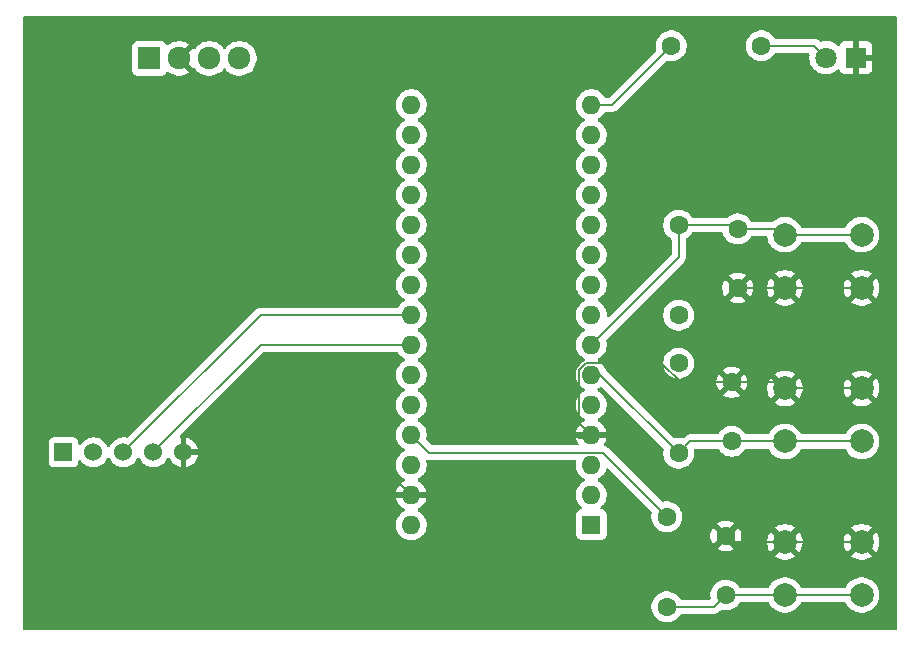
<source format=gbr>
G04 #@! TF.GenerationSoftware,KiCad,Pcbnew,9.0.4*
G04 #@! TF.CreationDate,2025-08-25T12:39:34+03:00*
G04 #@! TF.ProjectId,power supply,706f7765-7220-4737-9570-706c792e6b69,rev?*
G04 #@! TF.SameCoordinates,Original*
G04 #@! TF.FileFunction,Copper,L1,Top*
G04 #@! TF.FilePolarity,Positive*
%FSLAX46Y46*%
G04 Gerber Fmt 4.6, Leading zero omitted, Abs format (unit mm)*
G04 Created by KiCad (PCBNEW 9.0.4) date 2025-08-25 12:39:34*
%MOMM*%
%LPD*%
G01*
G04 APERTURE LIST*
G04 #@! TA.AperFunction,ComponentPad*
%ADD10C,1.600000*%
G04 #@! TD*
G04 #@! TA.AperFunction,ComponentPad*
%ADD11C,1.800000*%
G04 #@! TD*
G04 #@! TA.AperFunction,ComponentPad*
%ADD12R,1.800000X1.800000*%
G04 #@! TD*
G04 #@! TA.AperFunction,ComponentPad*
%ADD13C,2.000000*%
G04 #@! TD*
G04 #@! TA.AperFunction,ComponentPad*
%ADD14R,1.924000X1.924000*%
G04 #@! TD*
G04 #@! TA.AperFunction,ComponentPad*
%ADD15C,1.924000*%
G04 #@! TD*
G04 #@! TA.AperFunction,ComponentPad*
%ADD16R,1.524000X1.524000*%
G04 #@! TD*
G04 #@! TA.AperFunction,ComponentPad*
%ADD17C,1.524000*%
G04 #@! TD*
G04 #@! TA.AperFunction,ComponentPad*
%ADD18R,1.600000X1.600000*%
G04 #@! TD*
G04 #@! TA.AperFunction,ComponentPad*
%ADD19O,1.600000X1.600000*%
G04 #@! TD*
G04 #@! TA.AperFunction,ViaPad*
%ADD20C,0.600000*%
G04 #@! TD*
G04 #@! TA.AperFunction,Conductor*
%ADD21C,0.200000*%
G04 #@! TD*
G04 APERTURE END LIST*
D10*
X154600000Y-76200000D03*
X146980000Y-76200000D03*
D11*
X160060000Y-77200000D03*
D12*
X162600000Y-77200000D03*
D10*
X152100000Y-109700000D03*
X152100000Y-104700000D03*
D13*
X156600000Y-105200000D03*
X163100000Y-105200000D03*
X156600000Y-109700000D03*
X163100000Y-109700000D03*
D10*
X147600000Y-103080000D03*
X147600000Y-110700000D03*
D13*
X156600000Y-92200000D03*
X163100000Y-92200000D03*
X156600000Y-96700000D03*
X163100000Y-96700000D03*
D10*
X152600000Y-96700000D03*
X152600000Y-91700000D03*
X147600000Y-91390000D03*
X147600000Y-99010000D03*
X151600000Y-117700000D03*
X151600000Y-122700000D03*
X146600000Y-123700000D03*
X146600000Y-116080000D03*
D13*
X163100000Y-122700000D03*
X156600000Y-122700000D03*
X163100000Y-118200000D03*
X156600000Y-118200000D03*
D14*
X102790000Y-77270000D03*
D15*
X105330000Y-77270000D03*
X107870000Y-77270000D03*
X110410000Y-77270000D03*
D16*
X95520000Y-110620000D03*
D17*
X98060000Y-110620000D03*
X100600000Y-110620000D03*
X103140000Y-110620000D03*
X105680000Y-110620000D03*
D18*
X140210000Y-116750000D03*
D19*
X140210000Y-114210000D03*
X140210000Y-111670000D03*
X140210000Y-109130000D03*
X140210000Y-106590000D03*
X140210000Y-104050000D03*
X140210000Y-101510000D03*
X140210000Y-98970000D03*
X140210000Y-96430000D03*
X140210000Y-93890000D03*
X140210000Y-91350000D03*
X140210000Y-88810000D03*
X140210000Y-86270000D03*
X140210000Y-83730000D03*
X140210000Y-81190000D03*
X124970000Y-81190000D03*
X124970000Y-83730000D03*
X124970000Y-86270000D03*
X124970000Y-88810000D03*
X124970000Y-91350000D03*
X124970000Y-93890000D03*
X124970000Y-96430000D03*
X124970000Y-98970000D03*
X124970000Y-101510000D03*
X124970000Y-104050000D03*
X124970000Y-106590000D03*
X124970000Y-109130000D03*
X124970000Y-111670000D03*
X124970000Y-114210000D03*
X124970000Y-116750000D03*
D20*
X139300000Y-109200000D03*
X135700000Y-112300000D03*
D21*
X159060000Y-76200000D02*
X160060000Y-77200000D01*
X154600000Y-76200000D02*
X159060000Y-76200000D01*
X121380000Y-110620000D02*
X124970000Y-114210000D01*
X105680000Y-110620000D02*
X121380000Y-110620000D01*
X103140000Y-110620000D02*
X112250000Y-101510000D01*
X112250000Y-101510000D02*
X124970000Y-101510000D01*
X112250000Y-98970000D02*
X124970000Y-98970000D01*
X100600000Y-110620000D02*
X112250000Y-98970000D01*
X146088188Y-103022000D02*
X147766188Y-104700000D01*
X139784188Y-103022000D02*
X146088188Y-103022000D01*
X139182000Y-103624188D02*
X139784188Y-103022000D01*
X139182000Y-108102000D02*
X139182000Y-103624188D01*
X147766188Y-104700000D02*
X152100000Y-104700000D01*
X140210000Y-109130000D02*
X139182000Y-108102000D01*
X133790000Y-114210000D02*
X135700000Y-112300000D01*
X124970000Y-114210000D02*
X133790000Y-114210000D01*
X141162000Y-110642000D02*
X126482000Y-110642000D01*
X126482000Y-110642000D02*
X124970000Y-109130000D01*
X146600000Y-116080000D02*
X141162000Y-110642000D01*
X156600000Y-122700000D02*
X163100000Y-122700000D01*
X151600000Y-122700000D02*
X156600000Y-122700000D01*
X146600000Y-123700000D02*
X150600000Y-123700000D01*
X150600000Y-123700000D02*
X151600000Y-122700000D01*
X156600000Y-105200000D02*
X163100000Y-105200000D01*
X156100000Y-104700000D02*
X156600000Y-105200000D01*
X152100000Y-104700000D02*
X156100000Y-104700000D01*
X152100000Y-118200000D02*
X151600000Y-117700000D01*
X156600000Y-118200000D02*
X152100000Y-118200000D01*
X163100000Y-118200000D02*
X156600000Y-118200000D01*
X140950000Y-104050000D02*
X140210000Y-104050000D01*
X147600000Y-110700000D02*
X140950000Y-104050000D01*
X148600000Y-109700000D02*
X147600000Y-110700000D01*
X152100000Y-109700000D02*
X148600000Y-109700000D01*
X156600000Y-109700000D02*
X152100000Y-109700000D01*
X163100000Y-109700000D02*
X156600000Y-109700000D01*
X147600000Y-94120000D02*
X147600000Y-91390000D01*
X140210000Y-101510000D02*
X147600000Y-94120000D01*
X156600000Y-96700000D02*
X163100000Y-96700000D01*
X152600000Y-96700000D02*
X156600000Y-96700000D01*
X156600000Y-92200000D02*
X163100000Y-92200000D01*
X152600000Y-91700000D02*
X156100000Y-91700000D01*
X156100000Y-91700000D02*
X156600000Y-92200000D01*
X147600000Y-91390000D02*
X152290000Y-91390000D01*
X152290000Y-91390000D02*
X152600000Y-91700000D01*
X141990000Y-81190000D02*
X146980000Y-76200000D01*
X140210000Y-81190000D02*
X141990000Y-81190000D01*
G04 #@! TA.AperFunction,Conductor*
G36*
X166042539Y-73720185D02*
G01*
X166088294Y-73772989D01*
X166099500Y-73824500D01*
X166099500Y-125575500D01*
X166079815Y-125642539D01*
X166027011Y-125688294D01*
X165975500Y-125699500D01*
X92224500Y-125699500D01*
X92157461Y-125679815D01*
X92111706Y-125627011D01*
X92100500Y-125575500D01*
X92100500Y-123597648D01*
X145299500Y-123597648D01*
X145299500Y-123802351D01*
X145331522Y-124004534D01*
X145394781Y-124199223D01*
X145487715Y-124381613D01*
X145608028Y-124547213D01*
X145752786Y-124691971D01*
X145907749Y-124804556D01*
X145918390Y-124812287D01*
X146034607Y-124871503D01*
X146100776Y-124905218D01*
X146100778Y-124905218D01*
X146100781Y-124905220D01*
X146205137Y-124939127D01*
X146295465Y-124968477D01*
X146396557Y-124984488D01*
X146497648Y-125000500D01*
X146497649Y-125000500D01*
X146702351Y-125000500D01*
X146702352Y-125000500D01*
X146904534Y-124968477D01*
X147099219Y-124905220D01*
X147281610Y-124812287D01*
X147374590Y-124744732D01*
X147447213Y-124691971D01*
X147447215Y-124691968D01*
X147447219Y-124691966D01*
X147591966Y-124547219D01*
X147591968Y-124547215D01*
X147591971Y-124547213D01*
X147712284Y-124381614D01*
X147712285Y-124381613D01*
X147712287Y-124381610D01*
X147719117Y-124368204D01*
X147767091Y-124317409D01*
X147829602Y-124300500D01*
X150513331Y-124300500D01*
X150513347Y-124300501D01*
X150520943Y-124300501D01*
X150679054Y-124300501D01*
X150679057Y-124300501D01*
X150831785Y-124259577D01*
X150881904Y-124230639D01*
X150968716Y-124180520D01*
X151080520Y-124068716D01*
X151080520Y-124068714D01*
X151090728Y-124058507D01*
X151090730Y-124058504D01*
X151155158Y-123994075D01*
X151216479Y-123960592D01*
X151281151Y-123963825D01*
X151295466Y-123968477D01*
X151497648Y-124000500D01*
X151497649Y-124000500D01*
X151702351Y-124000500D01*
X151702352Y-124000500D01*
X151904534Y-123968477D01*
X152099219Y-123905220D01*
X152281610Y-123812287D01*
X152374590Y-123744732D01*
X152447213Y-123691971D01*
X152447215Y-123691968D01*
X152447219Y-123691966D01*
X152591966Y-123547219D01*
X152591968Y-123547215D01*
X152591971Y-123547213D01*
X152712284Y-123381614D01*
X152712283Y-123381614D01*
X152712287Y-123381610D01*
X152719117Y-123368204D01*
X152767091Y-123317409D01*
X152829602Y-123300500D01*
X155145932Y-123300500D01*
X155212971Y-123320185D01*
X155256416Y-123368203D01*
X155316657Y-123486433D01*
X155455483Y-123677510D01*
X155622490Y-123844517D01*
X155813567Y-123983343D01*
X155834634Y-123994077D01*
X156024003Y-124090566D01*
X156024005Y-124090566D01*
X156024008Y-124090568D01*
X156144412Y-124129689D01*
X156248631Y-124163553D01*
X156481903Y-124200500D01*
X156481908Y-124200500D01*
X156718097Y-124200500D01*
X156951368Y-124163553D01*
X157175992Y-124090568D01*
X157386433Y-123983343D01*
X157577510Y-123844517D01*
X157744517Y-123677510D01*
X157883343Y-123486433D01*
X157943583Y-123368204D01*
X157991558Y-123317409D01*
X158054068Y-123300500D01*
X161645932Y-123300500D01*
X161712971Y-123320185D01*
X161756416Y-123368203D01*
X161816657Y-123486433D01*
X161955483Y-123677510D01*
X162122490Y-123844517D01*
X162313567Y-123983343D01*
X162334634Y-123994077D01*
X162524003Y-124090566D01*
X162524005Y-124090566D01*
X162524008Y-124090568D01*
X162644412Y-124129689D01*
X162748631Y-124163553D01*
X162981903Y-124200500D01*
X162981908Y-124200500D01*
X163218097Y-124200500D01*
X163451368Y-124163553D01*
X163675992Y-124090568D01*
X163886433Y-123983343D01*
X164077510Y-123844517D01*
X164244517Y-123677510D01*
X164383343Y-123486433D01*
X164490568Y-123275992D01*
X164563553Y-123051368D01*
X164578642Y-122956102D01*
X164600500Y-122818097D01*
X164600500Y-122581902D01*
X164563553Y-122348631D01*
X164515513Y-122200781D01*
X164490568Y-122124008D01*
X164490566Y-122124005D01*
X164490566Y-122124003D01*
X164383342Y-121913566D01*
X164244517Y-121722490D01*
X164077510Y-121555483D01*
X163886433Y-121416657D01*
X163675996Y-121309433D01*
X163451368Y-121236446D01*
X163218097Y-121199500D01*
X163218092Y-121199500D01*
X162981908Y-121199500D01*
X162981903Y-121199500D01*
X162748631Y-121236446D01*
X162524003Y-121309433D01*
X162313566Y-121416657D01*
X162206040Y-121494780D01*
X162122490Y-121555483D01*
X162122488Y-121555485D01*
X162122487Y-121555485D01*
X161955485Y-121722487D01*
X161955485Y-121722488D01*
X161955483Y-121722490D01*
X161895862Y-121804550D01*
X161816657Y-121913566D01*
X161784060Y-121977540D01*
X161763250Y-122018385D01*
X161756417Y-122031795D01*
X161708442Y-122082591D01*
X161645932Y-122099500D01*
X158054068Y-122099500D01*
X157987029Y-122079815D01*
X157943583Y-122031795D01*
X157936751Y-122018386D01*
X157883343Y-121913567D01*
X157744517Y-121722490D01*
X157577510Y-121555483D01*
X157386433Y-121416657D01*
X157175996Y-121309433D01*
X156951368Y-121236446D01*
X156718097Y-121199500D01*
X156718092Y-121199500D01*
X156481908Y-121199500D01*
X156481903Y-121199500D01*
X156248631Y-121236446D01*
X156024003Y-121309433D01*
X155813566Y-121416657D01*
X155706040Y-121494780D01*
X155622490Y-121555483D01*
X155622488Y-121555485D01*
X155622487Y-121555485D01*
X155455485Y-121722487D01*
X155455485Y-121722488D01*
X155455483Y-121722490D01*
X155395862Y-121804550D01*
X155316657Y-121913566D01*
X155284060Y-121977540D01*
X155263250Y-122018385D01*
X155256417Y-122031795D01*
X155208442Y-122082591D01*
X155145932Y-122099500D01*
X152829602Y-122099500D01*
X152762563Y-122079815D01*
X152719117Y-122031795D01*
X152712284Y-122018385D01*
X152591971Y-121852786D01*
X152447213Y-121708028D01*
X152281613Y-121587715D01*
X152281612Y-121587714D01*
X152281610Y-121587713D01*
X152218355Y-121555483D01*
X152099223Y-121494781D01*
X151904534Y-121431522D01*
X151729995Y-121403878D01*
X151702352Y-121399500D01*
X151497648Y-121399500D01*
X151473329Y-121403351D01*
X151295465Y-121431522D01*
X151100776Y-121494781D01*
X150918386Y-121587715D01*
X150752786Y-121708028D01*
X150608028Y-121852786D01*
X150487715Y-122018386D01*
X150394781Y-122200776D01*
X150331522Y-122395465D01*
X150299500Y-122597648D01*
X150299500Y-122802351D01*
X150323852Y-122956102D01*
X150314897Y-123025395D01*
X150269901Y-123078847D01*
X150203150Y-123099487D01*
X150201379Y-123099500D01*
X147829602Y-123099500D01*
X147762563Y-123079815D01*
X147719117Y-123031795D01*
X147712284Y-123018385D01*
X147591971Y-122852786D01*
X147447213Y-122708028D01*
X147281613Y-122587715D01*
X147281612Y-122587714D01*
X147281610Y-122587713D01*
X147224653Y-122558691D01*
X147099223Y-122494781D01*
X146904534Y-122431522D01*
X146729995Y-122403878D01*
X146702352Y-122399500D01*
X146497648Y-122399500D01*
X146473329Y-122403351D01*
X146295465Y-122431522D01*
X146100776Y-122494781D01*
X145918386Y-122587715D01*
X145752786Y-122708028D01*
X145608028Y-122852786D01*
X145487715Y-123018386D01*
X145394781Y-123200776D01*
X145331522Y-123395465D01*
X145299500Y-123597648D01*
X92100500Y-123597648D01*
X92100500Y-109810135D01*
X94257500Y-109810135D01*
X94257500Y-111429870D01*
X94257501Y-111429876D01*
X94263908Y-111489483D01*
X94314202Y-111624328D01*
X94314206Y-111624335D01*
X94400452Y-111739544D01*
X94400455Y-111739547D01*
X94515664Y-111825793D01*
X94515671Y-111825797D01*
X94650517Y-111876091D01*
X94650516Y-111876091D01*
X94657444Y-111876835D01*
X94710127Y-111882500D01*
X96329872Y-111882499D01*
X96389483Y-111876091D01*
X96524331Y-111825796D01*
X96639546Y-111739546D01*
X96725796Y-111624331D01*
X96776091Y-111489483D01*
X96782500Y-111429873D01*
X96782499Y-111391197D01*
X96802182Y-111324161D01*
X96854985Y-111278405D01*
X96924143Y-111268460D01*
X96987699Y-111297483D01*
X97006817Y-111318312D01*
X97097019Y-111442464D01*
X97237536Y-111582981D01*
X97398306Y-111699787D01*
X97476333Y-111739544D01*
X97575367Y-111790005D01*
X97575370Y-111790006D01*
X97669866Y-111820709D01*
X97764364Y-111851413D01*
X97960639Y-111882500D01*
X97960640Y-111882500D01*
X98159360Y-111882500D01*
X98159361Y-111882500D01*
X98355636Y-111851413D01*
X98544632Y-111790005D01*
X98721694Y-111699787D01*
X98882464Y-111582981D01*
X99022981Y-111442464D01*
X99139787Y-111281694D01*
X99219515Y-111125218D01*
X99267490Y-111074423D01*
X99335311Y-111057628D01*
X99401446Y-111080165D01*
X99440484Y-111125218D01*
X99520213Y-111281694D01*
X99637019Y-111442464D01*
X99777536Y-111582981D01*
X99938306Y-111699787D01*
X100016333Y-111739544D01*
X100115367Y-111790005D01*
X100115370Y-111790006D01*
X100209866Y-111820709D01*
X100304364Y-111851413D01*
X100500639Y-111882500D01*
X100500640Y-111882500D01*
X100699360Y-111882500D01*
X100699361Y-111882500D01*
X100895636Y-111851413D01*
X101084632Y-111790005D01*
X101261694Y-111699787D01*
X101422464Y-111582981D01*
X101562981Y-111442464D01*
X101679787Y-111281694D01*
X101759515Y-111125218D01*
X101807490Y-111074423D01*
X101875311Y-111057628D01*
X101941446Y-111080165D01*
X101980484Y-111125218D01*
X102060213Y-111281694D01*
X102177019Y-111442464D01*
X102317536Y-111582981D01*
X102478306Y-111699787D01*
X102556333Y-111739544D01*
X102655367Y-111790005D01*
X102655370Y-111790006D01*
X102749866Y-111820709D01*
X102844364Y-111851413D01*
X103040639Y-111882500D01*
X103040640Y-111882500D01*
X103239360Y-111882500D01*
X103239361Y-111882500D01*
X103435636Y-111851413D01*
X103624632Y-111790005D01*
X103801694Y-111699787D01*
X103962464Y-111582981D01*
X104102981Y-111442464D01*
X104219787Y-111281694D01*
X104299796Y-111124667D01*
X104347769Y-111073872D01*
X104415590Y-111057077D01*
X104481725Y-111079614D01*
X104520765Y-111124668D01*
X104600641Y-111281432D01*
X104717403Y-111442139D01*
X104717403Y-111442140D01*
X104857859Y-111582596D01*
X105018567Y-111699358D01*
X105195562Y-111789542D01*
X105384473Y-111850922D01*
X105430000Y-111858133D01*
X105430000Y-110908816D01*
X105446060Y-110924876D01*
X105532939Y-110975036D01*
X105629840Y-111001000D01*
X105730160Y-111001000D01*
X105827061Y-110975036D01*
X105913940Y-110924876D01*
X105930000Y-110908816D01*
X105930000Y-111858132D01*
X105975526Y-111850922D01*
X106164437Y-111789542D01*
X106341432Y-111699358D01*
X106502139Y-111582596D01*
X106502140Y-111582596D01*
X106642596Y-111442140D01*
X106642596Y-111442139D01*
X106759358Y-111281432D01*
X106849543Y-111104435D01*
X106910925Y-110915517D01*
X106918134Y-110870000D01*
X105968816Y-110870000D01*
X105984876Y-110853940D01*
X106035036Y-110767061D01*
X106061000Y-110670160D01*
X106061000Y-110569840D01*
X106035036Y-110472939D01*
X105984876Y-110386060D01*
X105968816Y-110370000D01*
X106918135Y-110370000D01*
X106918134Y-110369999D01*
X106910925Y-110324482D01*
X106849543Y-110135564D01*
X106759358Y-109958567D01*
X106642596Y-109797860D01*
X106642596Y-109797859D01*
X106502140Y-109657403D01*
X106341432Y-109540641D01*
X106164434Y-109450456D01*
X106164436Y-109450456D01*
X105975517Y-109389074D01*
X105930000Y-109381865D01*
X105930000Y-110331184D01*
X105913940Y-110315124D01*
X105827061Y-110264964D01*
X105730160Y-110239000D01*
X105629840Y-110239000D01*
X105532939Y-110264964D01*
X105446060Y-110315124D01*
X105430000Y-110331184D01*
X105430000Y-109381865D01*
X105422713Y-109375642D01*
X105384520Y-109317135D01*
X105384020Y-109247268D01*
X105415561Y-109193673D01*
X112462417Y-102146819D01*
X112523740Y-102113334D01*
X112550098Y-102110500D01*
X123740398Y-102110500D01*
X123807437Y-102130185D01*
X123850883Y-102178205D01*
X123857715Y-102191614D01*
X123978028Y-102357213D01*
X124122786Y-102501971D01*
X124231261Y-102580781D01*
X124288390Y-102622287D01*
X124379840Y-102668883D01*
X124381080Y-102669515D01*
X124431876Y-102717490D01*
X124448671Y-102785311D01*
X124426134Y-102851446D01*
X124381080Y-102890485D01*
X124288386Y-102937715D01*
X124122786Y-103058028D01*
X123978028Y-103202786D01*
X123857715Y-103368386D01*
X123764781Y-103550776D01*
X123701522Y-103745465D01*
X123669500Y-103947648D01*
X123669500Y-104152351D01*
X123701522Y-104354534D01*
X123764781Y-104549223D01*
X123828691Y-104674653D01*
X123841607Y-104700001D01*
X123857715Y-104731613D01*
X123978028Y-104897213D01*
X124122786Y-105041971D01*
X124277749Y-105154556D01*
X124288390Y-105162287D01*
X124360504Y-105199031D01*
X124381080Y-105209515D01*
X124431876Y-105257490D01*
X124448671Y-105325311D01*
X124426134Y-105391446D01*
X124381080Y-105430485D01*
X124288386Y-105477715D01*
X124122786Y-105598028D01*
X123978028Y-105742786D01*
X123857715Y-105908386D01*
X123764781Y-106090776D01*
X123701522Y-106285465D01*
X123669500Y-106487648D01*
X123669500Y-106692351D01*
X123701522Y-106894534D01*
X123764781Y-107089223D01*
X123857715Y-107271613D01*
X123978028Y-107437213D01*
X124122786Y-107581971D01*
X124277749Y-107694556D01*
X124288390Y-107702287D01*
X124379840Y-107748883D01*
X124381080Y-107749515D01*
X124431876Y-107797490D01*
X124448671Y-107865311D01*
X124426134Y-107931446D01*
X124381080Y-107970485D01*
X124288386Y-108017715D01*
X124122786Y-108138028D01*
X123978028Y-108282786D01*
X123857715Y-108448386D01*
X123764781Y-108630776D01*
X123701522Y-108825465D01*
X123669500Y-109027648D01*
X123669500Y-109232351D01*
X123701522Y-109434534D01*
X123764781Y-109629223D01*
X123828691Y-109754653D01*
X123857582Y-109811353D01*
X123857715Y-109811613D01*
X123978028Y-109977213D01*
X124122786Y-110121971D01*
X124277749Y-110234556D01*
X124288390Y-110242287D01*
X124354540Y-110275992D01*
X124381080Y-110289515D01*
X124431876Y-110337490D01*
X124448671Y-110405311D01*
X124426134Y-110471446D01*
X124381080Y-110510485D01*
X124288386Y-110557715D01*
X124122786Y-110678028D01*
X123978028Y-110822786D01*
X123857715Y-110988386D01*
X123764781Y-111170776D01*
X123701522Y-111365465D01*
X123669500Y-111567648D01*
X123669500Y-111772351D01*
X123701522Y-111974534D01*
X123764781Y-112169223D01*
X123857715Y-112351613D01*
X123978028Y-112517213D01*
X124122786Y-112661971D01*
X124277749Y-112774556D01*
X124288390Y-112782287D01*
X124360424Y-112818990D01*
X124381629Y-112829795D01*
X124432425Y-112877770D01*
X124449220Y-112945591D01*
X124426682Y-113011726D01*
X124381629Y-113050765D01*
X124288650Y-113098140D01*
X124123105Y-113218417D01*
X124123104Y-113218417D01*
X123978417Y-113363104D01*
X123978417Y-113363105D01*
X123858140Y-113528650D01*
X123765244Y-113710970D01*
X123702009Y-113905586D01*
X123693391Y-113960000D01*
X124536988Y-113960000D01*
X124504075Y-114017007D01*
X124470000Y-114144174D01*
X124470000Y-114275826D01*
X124504075Y-114402993D01*
X124536988Y-114460000D01*
X123693391Y-114460000D01*
X123702009Y-114514413D01*
X123765244Y-114709029D01*
X123858140Y-114891349D01*
X123978417Y-115056894D01*
X123978417Y-115056895D01*
X124123104Y-115201582D01*
X124288652Y-115321861D01*
X124381628Y-115369234D01*
X124432425Y-115417208D01*
X124449220Y-115485029D01*
X124426683Y-115551164D01*
X124381630Y-115590203D01*
X124288388Y-115637713D01*
X124122786Y-115758028D01*
X123978028Y-115902786D01*
X123857715Y-116068386D01*
X123764781Y-116250776D01*
X123701522Y-116445465D01*
X123669500Y-116647648D01*
X123669500Y-116852351D01*
X123701522Y-117054534D01*
X123764781Y-117249223D01*
X123857715Y-117431613D01*
X123978028Y-117597213D01*
X124122786Y-117741971D01*
X124277526Y-117854394D01*
X124288390Y-117862287D01*
X124377212Y-117907544D01*
X124470776Y-117955218D01*
X124470778Y-117955218D01*
X124470781Y-117955220D01*
X124570769Y-117987708D01*
X124665465Y-118018477D01*
X124766557Y-118034488D01*
X124867648Y-118050500D01*
X124867649Y-118050500D01*
X125072351Y-118050500D01*
X125072352Y-118050500D01*
X125274534Y-118018477D01*
X125469219Y-117955220D01*
X125651610Y-117862287D01*
X125792549Y-117759890D01*
X125817213Y-117741971D01*
X125817215Y-117741968D01*
X125817219Y-117741966D01*
X125961966Y-117597219D01*
X125961968Y-117597215D01*
X125961971Y-117597213D01*
X126014732Y-117524590D01*
X126082287Y-117431610D01*
X126175220Y-117249219D01*
X126238477Y-117054534D01*
X126270500Y-116852352D01*
X126270500Y-116647648D01*
X126238477Y-116445466D01*
X126175220Y-116250781D01*
X126175218Y-116250778D01*
X126175218Y-116250776D01*
X126140353Y-116182351D01*
X126082287Y-116068390D01*
X126016360Y-115977648D01*
X125961971Y-115902786D01*
X125817213Y-115758028D01*
X125651611Y-115637713D01*
X125558369Y-115590203D01*
X125507574Y-115542229D01*
X125490779Y-115474407D01*
X125513317Y-115408273D01*
X125558371Y-115369234D01*
X125651347Y-115321861D01*
X125816894Y-115201582D01*
X125816895Y-115201582D01*
X125961582Y-115056895D01*
X125961582Y-115056894D01*
X126081859Y-114891349D01*
X126174755Y-114709029D01*
X126237990Y-114514413D01*
X126246609Y-114460000D01*
X125403012Y-114460000D01*
X125435925Y-114402993D01*
X125470000Y-114275826D01*
X125470000Y-114144174D01*
X125435925Y-114017007D01*
X125403012Y-113960000D01*
X126246609Y-113960000D01*
X126237990Y-113905586D01*
X126174755Y-113710970D01*
X126081859Y-113528650D01*
X125961582Y-113363105D01*
X125961582Y-113363104D01*
X125816895Y-113218417D01*
X125651349Y-113098140D01*
X125558370Y-113050765D01*
X125507574Y-113002790D01*
X125490779Y-112934969D01*
X125513316Y-112868835D01*
X125558370Y-112829795D01*
X125558920Y-112829515D01*
X125651610Y-112782287D01*
X125672770Y-112766913D01*
X125817213Y-112661971D01*
X125817215Y-112661968D01*
X125817219Y-112661966D01*
X125961966Y-112517219D01*
X125961968Y-112517215D01*
X125961971Y-112517213D01*
X126014732Y-112444590D01*
X126082287Y-112351610D01*
X126175220Y-112169219D01*
X126238477Y-111974534D01*
X126270500Y-111772352D01*
X126270500Y-111567648D01*
X126250673Y-111442465D01*
X126240719Y-111379621D01*
X126249673Y-111310328D01*
X126294670Y-111256876D01*
X126361421Y-111236236D01*
X126366978Y-111236281D01*
X126381370Y-111236720D01*
X126402943Y-111242501D01*
X126561057Y-111242501D01*
X126561061Y-111242500D01*
X138815814Y-111242500D01*
X138882853Y-111262185D01*
X138928608Y-111314989D01*
X138938552Y-111384147D01*
X138938290Y-111385874D01*
X138921880Y-111489483D01*
X138909500Y-111567648D01*
X138909500Y-111772351D01*
X138941522Y-111974534D01*
X139004781Y-112169223D01*
X139097715Y-112351613D01*
X139218028Y-112517213D01*
X139362786Y-112661971D01*
X139517749Y-112774556D01*
X139528390Y-112782287D01*
X139619840Y-112828883D01*
X139621080Y-112829515D01*
X139671876Y-112877490D01*
X139688671Y-112945311D01*
X139666134Y-113011446D01*
X139621080Y-113050485D01*
X139528386Y-113097715D01*
X139362786Y-113218028D01*
X139218028Y-113362786D01*
X139097715Y-113528386D01*
X139004781Y-113710776D01*
X138941522Y-113905465D01*
X138909500Y-114107648D01*
X138909500Y-114312351D01*
X138941522Y-114514534D01*
X139004781Y-114709223D01*
X139059276Y-114816173D01*
X139089138Y-114874781D01*
X139097715Y-114891613D01*
X139218028Y-115057213D01*
X139362784Y-115201969D01*
X139399068Y-115228330D01*
X139441735Y-115283659D01*
X139447715Y-115353273D01*
X139415109Y-115415068D01*
X139354271Y-115449426D01*
X139339440Y-115451938D01*
X139302519Y-115455907D01*
X139167671Y-115506202D01*
X139167664Y-115506206D01*
X139052455Y-115592452D01*
X139052452Y-115592455D01*
X138966206Y-115707664D01*
X138966202Y-115707671D01*
X138915908Y-115842517D01*
X138909501Y-115902116D01*
X138909501Y-115902123D01*
X138909500Y-115902135D01*
X138909500Y-117597870D01*
X138909501Y-117597876D01*
X138915908Y-117657483D01*
X138966202Y-117792328D01*
X138966206Y-117792335D01*
X139052452Y-117907544D01*
X139052455Y-117907547D01*
X139167664Y-117993793D01*
X139167671Y-117993797D01*
X139302517Y-118044091D01*
X139302516Y-118044091D01*
X139309444Y-118044835D01*
X139362127Y-118050500D01*
X141057872Y-118050499D01*
X141117483Y-118044091D01*
X141252331Y-117993796D01*
X141367546Y-117907546D01*
X141453796Y-117792331D01*
X141504091Y-117657483D01*
X141510500Y-117597873D01*
X141510500Y-117597682D01*
X150300000Y-117597682D01*
X150300000Y-117802317D01*
X150332009Y-118004417D01*
X150395244Y-118199031D01*
X150488141Y-118381350D01*
X150488147Y-118381359D01*
X150520523Y-118425921D01*
X150520524Y-118425922D01*
X151200000Y-117746446D01*
X151200000Y-117752661D01*
X151227259Y-117854394D01*
X151279920Y-117945606D01*
X151354394Y-118020080D01*
X151445606Y-118072741D01*
X151547339Y-118100000D01*
X151553553Y-118100000D01*
X150874076Y-118779474D01*
X150918650Y-118811859D01*
X151100968Y-118904755D01*
X151295582Y-118967990D01*
X151497683Y-119000000D01*
X151702317Y-119000000D01*
X151904417Y-118967990D01*
X152099031Y-118904755D01*
X152281349Y-118811859D01*
X152325921Y-118779474D01*
X151646447Y-118100000D01*
X151652661Y-118100000D01*
X151754394Y-118072741D01*
X151845606Y-118020080D01*
X151920080Y-117945606D01*
X151972741Y-117854394D01*
X152000000Y-117752661D01*
X152000000Y-117746447D01*
X152679474Y-118425921D01*
X152711859Y-118381349D01*
X152804755Y-118199031D01*
X152842799Y-118081947D01*
X155100000Y-118081947D01*
X155100000Y-118318052D01*
X155136934Y-118551247D01*
X155209897Y-118775802D01*
X155317087Y-118986174D01*
X155377338Y-119069104D01*
X155377340Y-119069105D01*
X156076212Y-118370233D01*
X156087482Y-118412292D01*
X156159890Y-118537708D01*
X156262292Y-118640110D01*
X156387708Y-118712518D01*
X156429765Y-118723787D01*
X155730893Y-119422658D01*
X155813828Y-119482914D01*
X156024197Y-119590102D01*
X156248752Y-119663065D01*
X156248751Y-119663065D01*
X156481948Y-119700000D01*
X156718052Y-119700000D01*
X156951247Y-119663065D01*
X157175802Y-119590102D01*
X157386163Y-119482918D01*
X157386169Y-119482914D01*
X157469104Y-119422658D01*
X157469105Y-119422658D01*
X156770233Y-118723787D01*
X156812292Y-118712518D01*
X156937708Y-118640110D01*
X157040110Y-118537708D01*
X157112518Y-118412292D01*
X157123787Y-118370234D01*
X157822658Y-119069105D01*
X157822658Y-119069104D01*
X157882914Y-118986169D01*
X157882918Y-118986163D01*
X157990102Y-118775802D01*
X158063065Y-118551247D01*
X158100000Y-118318052D01*
X158100000Y-118081947D01*
X161600000Y-118081947D01*
X161600000Y-118318052D01*
X161636934Y-118551247D01*
X161709897Y-118775802D01*
X161817087Y-118986174D01*
X161877338Y-119069104D01*
X161877340Y-119069105D01*
X162576212Y-118370233D01*
X162587482Y-118412292D01*
X162659890Y-118537708D01*
X162762292Y-118640110D01*
X162887708Y-118712518D01*
X162929765Y-118723787D01*
X162230893Y-119422658D01*
X162313828Y-119482914D01*
X162524197Y-119590102D01*
X162748752Y-119663065D01*
X162748751Y-119663065D01*
X162981948Y-119700000D01*
X163218052Y-119700000D01*
X163451247Y-119663065D01*
X163675802Y-119590102D01*
X163886163Y-119482918D01*
X163886169Y-119482914D01*
X163969104Y-119422658D01*
X163969105Y-119422658D01*
X163270233Y-118723787D01*
X163312292Y-118712518D01*
X163437708Y-118640110D01*
X163540110Y-118537708D01*
X163612518Y-118412292D01*
X163623787Y-118370233D01*
X164322658Y-119069105D01*
X164322658Y-119069104D01*
X164382914Y-118986169D01*
X164382918Y-118986163D01*
X164490102Y-118775802D01*
X164563065Y-118551247D01*
X164600000Y-118318052D01*
X164600000Y-118081947D01*
X164563065Y-117848752D01*
X164490102Y-117624197D01*
X164382914Y-117413828D01*
X164322658Y-117330894D01*
X164322658Y-117330893D01*
X163623787Y-118029765D01*
X163612518Y-117987708D01*
X163540110Y-117862292D01*
X163437708Y-117759890D01*
X163312292Y-117687482D01*
X163270234Y-117676212D01*
X163969105Y-116977340D01*
X163969104Y-116977338D01*
X163886174Y-116917087D01*
X163675802Y-116809897D01*
X163451247Y-116736934D01*
X163451248Y-116736934D01*
X163218052Y-116700000D01*
X162981948Y-116700000D01*
X162748752Y-116736934D01*
X162524197Y-116809897D01*
X162313830Y-116917084D01*
X162230894Y-116977340D01*
X162929766Y-117676212D01*
X162887708Y-117687482D01*
X162762292Y-117759890D01*
X162659890Y-117862292D01*
X162587482Y-117987708D01*
X162576212Y-118029765D01*
X161877340Y-117330894D01*
X161817084Y-117413830D01*
X161709897Y-117624197D01*
X161636934Y-117848752D01*
X161600000Y-118081947D01*
X158100000Y-118081947D01*
X158063065Y-117848752D01*
X157990102Y-117624197D01*
X157882914Y-117413828D01*
X157822658Y-117330894D01*
X157822658Y-117330893D01*
X157123787Y-118029765D01*
X157112518Y-117987708D01*
X157040110Y-117862292D01*
X156937708Y-117759890D01*
X156812292Y-117687482D01*
X156770234Y-117676212D01*
X157469105Y-116977340D01*
X157469104Y-116977339D01*
X157386174Y-116917087D01*
X157175802Y-116809897D01*
X156951247Y-116736934D01*
X156951248Y-116736934D01*
X156718052Y-116700000D01*
X156481948Y-116700000D01*
X156248752Y-116736934D01*
X156024197Y-116809897D01*
X155813830Y-116917084D01*
X155730894Y-116977340D01*
X156429766Y-117676212D01*
X156387708Y-117687482D01*
X156262292Y-117759890D01*
X156159890Y-117862292D01*
X156087482Y-117987708D01*
X156076212Y-118029766D01*
X155377340Y-117330894D01*
X155317084Y-117413830D01*
X155209897Y-117624197D01*
X155136934Y-117848752D01*
X155100000Y-118081947D01*
X152842799Y-118081947D01*
X152856833Y-118038756D01*
X152856833Y-118038755D01*
X152867989Y-118004421D01*
X152867989Y-118004418D01*
X152900000Y-117802317D01*
X152900000Y-117597682D01*
X152867990Y-117395582D01*
X152804755Y-117200968D01*
X152743574Y-117080894D01*
X152711859Y-117018650D01*
X152679474Y-116974077D01*
X152679474Y-116974076D01*
X152000000Y-117653551D01*
X152000000Y-117647339D01*
X151972741Y-117545606D01*
X151920080Y-117454394D01*
X151845606Y-117379920D01*
X151754394Y-117327259D01*
X151652661Y-117300000D01*
X151646446Y-117300000D01*
X152325922Y-116620524D01*
X152325921Y-116620523D01*
X152281359Y-116588147D01*
X152281350Y-116588141D01*
X152099031Y-116495244D01*
X151904417Y-116432009D01*
X151702317Y-116400000D01*
X151497683Y-116400000D01*
X151295582Y-116432009D01*
X151100968Y-116495244D01*
X150918644Y-116588143D01*
X150874077Y-116620523D01*
X150874077Y-116620524D01*
X151553554Y-117300000D01*
X151547339Y-117300000D01*
X151445606Y-117327259D01*
X151354394Y-117379920D01*
X151279920Y-117454394D01*
X151227259Y-117545606D01*
X151200000Y-117647339D01*
X151200000Y-117653553D01*
X150520524Y-116974077D01*
X150520523Y-116974077D01*
X150488143Y-117018644D01*
X150395244Y-117200968D01*
X150332009Y-117395582D01*
X150300000Y-117597682D01*
X141510500Y-117597682D01*
X141510499Y-115902128D01*
X141504091Y-115842517D01*
X141479083Y-115775468D01*
X141453797Y-115707671D01*
X141453793Y-115707664D01*
X141367547Y-115592455D01*
X141367544Y-115592452D01*
X141252335Y-115506206D01*
X141252328Y-115506202D01*
X141117482Y-115455908D01*
X141117483Y-115455908D01*
X141080560Y-115451939D01*
X141016009Y-115425201D01*
X140976160Y-115367809D01*
X140973667Y-115297984D01*
X141009319Y-115237895D01*
X141020930Y-115228331D01*
X141057219Y-115201966D01*
X141201966Y-115057219D01*
X141201968Y-115057215D01*
X141201971Y-115057213D01*
X141266995Y-114967713D01*
X141322287Y-114891610D01*
X141415220Y-114709219D01*
X141478477Y-114514534D01*
X141510500Y-114312352D01*
X141510500Y-114107648D01*
X141496144Y-114017007D01*
X141478477Y-113905465D01*
X141415218Y-113710776D01*
X141322419Y-113528650D01*
X141322287Y-113528390D01*
X141314556Y-113517749D01*
X141201971Y-113362786D01*
X141057213Y-113218028D01*
X140891614Y-113097715D01*
X140885006Y-113094348D01*
X140798917Y-113050483D01*
X140748123Y-113002511D01*
X140731328Y-112934690D01*
X140753865Y-112868555D01*
X140798917Y-112829516D01*
X140891610Y-112782287D01*
X140912770Y-112766913D01*
X141057213Y-112661971D01*
X141057215Y-112661968D01*
X141057219Y-112661966D01*
X141201966Y-112517219D01*
X141201968Y-112517215D01*
X141201971Y-112517213D01*
X141254732Y-112444590D01*
X141322287Y-112351610D01*
X141415220Y-112169219D01*
X141456859Y-112041065D01*
X141496295Y-111983393D01*
X141560654Y-111956194D01*
X141629500Y-111968108D01*
X141662470Y-111991705D01*
X145305922Y-115635157D01*
X145339407Y-115696480D01*
X145336173Y-115761155D01*
X145331522Y-115775468D01*
X145299500Y-115977648D01*
X145299500Y-116182351D01*
X145331522Y-116384534D01*
X145394781Y-116579223D01*
X145487715Y-116761613D01*
X145608028Y-116927213D01*
X145752786Y-117071971D01*
X145907749Y-117184556D01*
X145918390Y-117192287D01*
X146030125Y-117249219D01*
X146100776Y-117285218D01*
X146100778Y-117285218D01*
X146100781Y-117285220D01*
X146205137Y-117319127D01*
X146295465Y-117348477D01*
X146396557Y-117364488D01*
X146497648Y-117380500D01*
X146497649Y-117380500D01*
X146702351Y-117380500D01*
X146702352Y-117380500D01*
X146904534Y-117348477D01*
X147099219Y-117285220D01*
X147281610Y-117192287D01*
X147434931Y-117080894D01*
X147447213Y-117071971D01*
X147447215Y-117071968D01*
X147447219Y-117071966D01*
X147591966Y-116927219D01*
X147591968Y-116927215D01*
X147591971Y-116927213D01*
X147712284Y-116761614D01*
X147712285Y-116761613D01*
X147712287Y-116761610D01*
X147800671Y-116588147D01*
X147805216Y-116579228D01*
X147805218Y-116579223D01*
X147805220Y-116579219D01*
X147868477Y-116384534D01*
X147900500Y-116182352D01*
X147900500Y-115977648D01*
X147888539Y-115902128D01*
X147868477Y-115775465D01*
X147809013Y-115592455D01*
X147805220Y-115580781D01*
X147805218Y-115580778D01*
X147805218Y-115580776D01*
X147754645Y-115481523D01*
X147712287Y-115398390D01*
X147679508Y-115353273D01*
X147591971Y-115232786D01*
X147447213Y-115088028D01*
X147281613Y-114967715D01*
X147281612Y-114967714D01*
X147281610Y-114967713D01*
X147224653Y-114938691D01*
X147099223Y-114874781D01*
X146904534Y-114811522D01*
X146729995Y-114783878D01*
X146702352Y-114779500D01*
X146497648Y-114779500D01*
X146459599Y-114785526D01*
X146295468Y-114811522D01*
X146286717Y-114814365D01*
X146281154Y-114816173D01*
X146211313Y-114818167D01*
X146155157Y-114785922D01*
X141649590Y-110280355D01*
X141649588Y-110280352D01*
X141530717Y-110161481D01*
X141530716Y-110161480D01*
X141443904Y-110111360D01*
X141393785Y-110082423D01*
X141334856Y-110066633D01*
X141327082Y-110063368D01*
X141306264Y-110046423D01*
X141283339Y-110032450D01*
X141279574Y-110024700D01*
X141272893Y-110019262D01*
X141264539Y-109993748D01*
X141252810Y-109969602D01*
X141253832Y-109961048D01*
X141251152Y-109952861D01*
X141257918Y-109926881D01*
X141261105Y-109900227D01*
X141268040Y-109888014D01*
X141268761Y-109885247D01*
X141270546Y-109883600D01*
X141274776Y-109876153D01*
X141321859Y-109811350D01*
X141414755Y-109629029D01*
X141477990Y-109434413D01*
X141486609Y-109380000D01*
X140643012Y-109380000D01*
X140675925Y-109322993D01*
X140710000Y-109195826D01*
X140710000Y-109064174D01*
X140675925Y-108937007D01*
X140643012Y-108880000D01*
X141486609Y-108880000D01*
X141477990Y-108825586D01*
X141414755Y-108630970D01*
X141321859Y-108448650D01*
X141201582Y-108283105D01*
X141201582Y-108283104D01*
X141056895Y-108138417D01*
X140891349Y-108018140D01*
X140798370Y-107970765D01*
X140747574Y-107922790D01*
X140730779Y-107854969D01*
X140753316Y-107788835D01*
X140798370Y-107749795D01*
X140798920Y-107749515D01*
X140891610Y-107702287D01*
X140912770Y-107686913D01*
X141057213Y-107581971D01*
X141057215Y-107581968D01*
X141057219Y-107581966D01*
X141201966Y-107437219D01*
X141201968Y-107437215D01*
X141201971Y-107437213D01*
X141254732Y-107364590D01*
X141322287Y-107271610D01*
X141415220Y-107089219D01*
X141478477Y-106894534D01*
X141510500Y-106692352D01*
X141510500Y-106487648D01*
X141478477Y-106285466D01*
X141415220Y-106090781D01*
X141415218Y-106090778D01*
X141415218Y-106090776D01*
X141381503Y-106024607D01*
X141322287Y-105908390D01*
X141252154Y-105811859D01*
X141201971Y-105742786D01*
X141057213Y-105598028D01*
X140891614Y-105477715D01*
X140885006Y-105474348D01*
X140798917Y-105430483D01*
X140793602Y-105425463D01*
X140786616Y-105423298D01*
X140768542Y-105401796D01*
X140748123Y-105382511D01*
X140746364Y-105375411D01*
X140741659Y-105369813D01*
X140738079Y-105341953D01*
X140731328Y-105314690D01*
X140733687Y-105307767D01*
X140732755Y-105300513D01*
X140744805Y-105275141D01*
X140753865Y-105248555D01*
X140760329Y-105242453D01*
X140762730Y-105237400D01*
X140778827Y-105224995D01*
X140789748Y-105214690D01*
X140794221Y-105211908D01*
X140891610Y-105162287D01*
X140995726Y-105086642D01*
X140999527Y-105084280D01*
X141029053Y-105076089D01*
X141057914Y-105065792D01*
X141062408Y-105066837D01*
X141066854Y-105065604D01*
X141096127Y-105074678D01*
X141125968Y-105081618D01*
X141131105Y-105085521D01*
X141133591Y-105086292D01*
X141136191Y-105089385D01*
X141152674Y-105101909D01*
X146305922Y-110255157D01*
X146339407Y-110316480D01*
X146336173Y-110381155D01*
X146331522Y-110395468D01*
X146319252Y-110472939D01*
X146299500Y-110597648D01*
X146299500Y-110802352D01*
X146303878Y-110829995D01*
X146331522Y-111004534D01*
X146394781Y-111199223D01*
X146436802Y-111281692D01*
X146479487Y-111365466D01*
X146487715Y-111381613D01*
X146608028Y-111547213D01*
X146752786Y-111691971D01*
X146907749Y-111804556D01*
X146918390Y-111812287D01*
X147008366Y-111858132D01*
X147100776Y-111905218D01*
X147100778Y-111905218D01*
X147100781Y-111905220D01*
X147205137Y-111939127D01*
X147295465Y-111968477D01*
X147389640Y-111983393D01*
X147497648Y-112000500D01*
X147497649Y-112000500D01*
X147702351Y-112000500D01*
X147702352Y-112000500D01*
X147904534Y-111968477D01*
X148099219Y-111905220D01*
X148281610Y-111812287D01*
X148381733Y-111739544D01*
X148447213Y-111691971D01*
X148447215Y-111691968D01*
X148447219Y-111691966D01*
X148591966Y-111547219D01*
X148591968Y-111547215D01*
X148591971Y-111547213D01*
X148668073Y-111442466D01*
X148712287Y-111381610D01*
X148805220Y-111199219D01*
X148868477Y-111004534D01*
X148900500Y-110802352D01*
X148900500Y-110597648D01*
X148876148Y-110443898D01*
X148885103Y-110374605D01*
X148930099Y-110321153D01*
X148996850Y-110300513D01*
X148998621Y-110300500D01*
X150870398Y-110300500D01*
X150937437Y-110320185D01*
X150980882Y-110368204D01*
X150981974Y-110370346D01*
X150987715Y-110381614D01*
X151108028Y-110547213D01*
X151252786Y-110691971D01*
X151407749Y-110804556D01*
X151418390Y-110812287D01*
X151531658Y-110870000D01*
X151600776Y-110905218D01*
X151600778Y-110905218D01*
X151600781Y-110905220D01*
X151661276Y-110924876D01*
X151795465Y-110968477D01*
X151836877Y-110975036D01*
X151997648Y-111000500D01*
X151997649Y-111000500D01*
X152202351Y-111000500D01*
X152202352Y-111000500D01*
X152404534Y-110968477D01*
X152599219Y-110905220D01*
X152781610Y-110812287D01*
X152909513Y-110719361D01*
X152947213Y-110691971D01*
X152947215Y-110691968D01*
X152947219Y-110691966D01*
X153091966Y-110547219D01*
X153091968Y-110547215D01*
X153091971Y-110547213D01*
X153198926Y-110400000D01*
X153212287Y-110381610D01*
X153219117Y-110368204D01*
X153267091Y-110317409D01*
X153329602Y-110300500D01*
X155145932Y-110300500D01*
X155212971Y-110320185D01*
X155256416Y-110368203D01*
X155316657Y-110486433D01*
X155455483Y-110677510D01*
X155622490Y-110844517D01*
X155813567Y-110983343D01*
X155847240Y-111000500D01*
X156024003Y-111090566D01*
X156024005Y-111090566D01*
X156024008Y-111090568D01*
X156144412Y-111129689D01*
X156248631Y-111163553D01*
X156481903Y-111200500D01*
X156481908Y-111200500D01*
X156718097Y-111200500D01*
X156951368Y-111163553D01*
X156983640Y-111153067D01*
X157175992Y-111090568D01*
X157386433Y-110983343D01*
X157577510Y-110844517D01*
X157744517Y-110677510D01*
X157883343Y-110486433D01*
X157943583Y-110368204D01*
X157991558Y-110317409D01*
X158054068Y-110300500D01*
X161645932Y-110300500D01*
X161712971Y-110320185D01*
X161756416Y-110368203D01*
X161816657Y-110486433D01*
X161955483Y-110677510D01*
X162122490Y-110844517D01*
X162313567Y-110983343D01*
X162347240Y-111000500D01*
X162524003Y-111090566D01*
X162524005Y-111090566D01*
X162524008Y-111090568D01*
X162644412Y-111129689D01*
X162748631Y-111163553D01*
X162981903Y-111200500D01*
X162981908Y-111200500D01*
X163218097Y-111200500D01*
X163451368Y-111163553D01*
X163483640Y-111153067D01*
X163675992Y-111090568D01*
X163886433Y-110983343D01*
X164077510Y-110844517D01*
X164244517Y-110677510D01*
X164383343Y-110486433D01*
X164490568Y-110275992D01*
X164563553Y-110051368D01*
X164576388Y-109970332D01*
X164600500Y-109818097D01*
X164600500Y-109581902D01*
X164563553Y-109348631D01*
X164513903Y-109195826D01*
X164490568Y-109124008D01*
X164490566Y-109124005D01*
X164490566Y-109124003D01*
X164383342Y-108913566D01*
X164358955Y-108880000D01*
X164244517Y-108722490D01*
X164077510Y-108555483D01*
X163886433Y-108416657D01*
X163675996Y-108309433D01*
X163451368Y-108236446D01*
X163218097Y-108199500D01*
X163218092Y-108199500D01*
X162981908Y-108199500D01*
X162981903Y-108199500D01*
X162748631Y-108236446D01*
X162524003Y-108309433D01*
X162313566Y-108416657D01*
X162206040Y-108494780D01*
X162122490Y-108555483D01*
X162122488Y-108555485D01*
X162122487Y-108555485D01*
X161955485Y-108722487D01*
X161955485Y-108722488D01*
X161955483Y-108722490D01*
X161950099Y-108729901D01*
X161816657Y-108913566D01*
X161784060Y-108977540D01*
X161763250Y-109018385D01*
X161756417Y-109031795D01*
X161708442Y-109082591D01*
X161645932Y-109099500D01*
X158054068Y-109099500D01*
X157987029Y-109079815D01*
X157943583Y-109031795D01*
X157936753Y-109018390D01*
X157883343Y-108913567D01*
X157744517Y-108722490D01*
X157577510Y-108555483D01*
X157386433Y-108416657D01*
X157175996Y-108309433D01*
X156951368Y-108236446D01*
X156718097Y-108199500D01*
X156718092Y-108199500D01*
X156481908Y-108199500D01*
X156481903Y-108199500D01*
X156248631Y-108236446D01*
X156024003Y-108309433D01*
X155813566Y-108416657D01*
X155706040Y-108494780D01*
X155622490Y-108555483D01*
X155622488Y-108555485D01*
X155622487Y-108555485D01*
X155455485Y-108722487D01*
X155455485Y-108722488D01*
X155455483Y-108722490D01*
X155450099Y-108729901D01*
X155316657Y-108913566D01*
X155284060Y-108977540D01*
X155263250Y-109018385D01*
X155256417Y-109031795D01*
X155208442Y-109082591D01*
X155145932Y-109099500D01*
X153329602Y-109099500D01*
X153262563Y-109079815D01*
X153219117Y-109031795D01*
X153212284Y-109018385D01*
X153091971Y-108852786D01*
X152947213Y-108708028D01*
X152781613Y-108587715D01*
X152781612Y-108587714D01*
X152781610Y-108587713D01*
X152718355Y-108555483D01*
X152599223Y-108494781D01*
X152404534Y-108431522D01*
X152229995Y-108403878D01*
X152202352Y-108399500D01*
X151997648Y-108399500D01*
X151973329Y-108403351D01*
X151795465Y-108431522D01*
X151600776Y-108494781D01*
X151418386Y-108587715D01*
X151252786Y-108708028D01*
X151108028Y-108852786D01*
X150987715Y-109018385D01*
X150980883Y-109031795D01*
X150932909Y-109082591D01*
X150870398Y-109099500D01*
X148686670Y-109099500D01*
X148686654Y-109099499D01*
X148679058Y-109099499D01*
X148520943Y-109099499D01*
X148444579Y-109119961D01*
X148368214Y-109140423D01*
X148368209Y-109140426D01*
X148231290Y-109219475D01*
X148231286Y-109219478D01*
X148044841Y-109405922D01*
X147983517Y-109439406D01*
X147918845Y-109436172D01*
X147904535Y-109431523D01*
X147803443Y-109415511D01*
X147702352Y-109399500D01*
X147497648Y-109399500D01*
X147459599Y-109405526D01*
X147295468Y-109431522D01*
X147286717Y-109434365D01*
X147281154Y-109436173D01*
X147211313Y-109438167D01*
X147155157Y-109405922D01*
X142346917Y-104597682D01*
X150800000Y-104597682D01*
X150800000Y-104802317D01*
X150832009Y-105004417D01*
X150895244Y-105199031D01*
X150988141Y-105381350D01*
X150988147Y-105381359D01*
X151020523Y-105425921D01*
X151020524Y-105425922D01*
X151700000Y-104746446D01*
X151700000Y-104752661D01*
X151727259Y-104854394D01*
X151779920Y-104945606D01*
X151854394Y-105020080D01*
X151945606Y-105072741D01*
X152047339Y-105100000D01*
X152053553Y-105100000D01*
X151374076Y-105779474D01*
X151418650Y-105811859D01*
X151600968Y-105904755D01*
X151795582Y-105967990D01*
X151997683Y-106000000D01*
X152202317Y-106000000D01*
X152404417Y-105967990D01*
X152599031Y-105904755D01*
X152781349Y-105811859D01*
X152825921Y-105779474D01*
X152146447Y-105100000D01*
X152152661Y-105100000D01*
X152254394Y-105072741D01*
X152345606Y-105020080D01*
X152420080Y-104945606D01*
X152472741Y-104854394D01*
X152500000Y-104752661D01*
X152500000Y-104746447D01*
X153179474Y-105425921D01*
X153211859Y-105381349D01*
X153304755Y-105199031D01*
X153342799Y-105081947D01*
X155100000Y-105081947D01*
X155100000Y-105318052D01*
X155136934Y-105551247D01*
X155209897Y-105775802D01*
X155317087Y-105986174D01*
X155377338Y-106069104D01*
X155377340Y-106069105D01*
X156076212Y-105370233D01*
X156087482Y-105412292D01*
X156159890Y-105537708D01*
X156262292Y-105640110D01*
X156387708Y-105712518D01*
X156429765Y-105723787D01*
X155730893Y-106422658D01*
X155813828Y-106482914D01*
X156024197Y-106590102D01*
X156248752Y-106663065D01*
X156248751Y-106663065D01*
X156481948Y-106700000D01*
X156718052Y-106700000D01*
X156951247Y-106663065D01*
X157175802Y-106590102D01*
X157386163Y-106482918D01*
X157386169Y-106482914D01*
X157469104Y-106422658D01*
X157469105Y-106422658D01*
X156770233Y-105723787D01*
X156812292Y-105712518D01*
X156937708Y-105640110D01*
X157040110Y-105537708D01*
X157112518Y-105412292D01*
X157123787Y-105370234D01*
X157822658Y-106069105D01*
X157822658Y-106069104D01*
X157882914Y-105986169D01*
X157882918Y-105986163D01*
X157990102Y-105775802D01*
X158063065Y-105551247D01*
X158100000Y-105318052D01*
X158100000Y-105081947D01*
X161600000Y-105081947D01*
X161600000Y-105318052D01*
X161636934Y-105551247D01*
X161709897Y-105775802D01*
X161817087Y-105986174D01*
X161877338Y-106069104D01*
X161877340Y-106069105D01*
X162576212Y-105370233D01*
X162587482Y-105412292D01*
X162659890Y-105537708D01*
X162762292Y-105640110D01*
X162887708Y-105712518D01*
X162929765Y-105723787D01*
X162230893Y-106422658D01*
X162313828Y-106482914D01*
X162524197Y-106590102D01*
X162748752Y-106663065D01*
X162748751Y-106663065D01*
X162981948Y-106700000D01*
X163218052Y-106700000D01*
X163451247Y-106663065D01*
X163675802Y-106590102D01*
X163886163Y-106482918D01*
X163886169Y-106482914D01*
X163969104Y-106422658D01*
X163969105Y-106422658D01*
X163270233Y-105723787D01*
X163312292Y-105712518D01*
X163437708Y-105640110D01*
X163540110Y-105537708D01*
X163612518Y-105412292D01*
X163623787Y-105370233D01*
X164322658Y-106069105D01*
X164322658Y-106069104D01*
X164382914Y-105986169D01*
X164382918Y-105986163D01*
X164490102Y-105775802D01*
X164563065Y-105551247D01*
X164600000Y-105318052D01*
X164600000Y-105081947D01*
X164563065Y-104848752D01*
X164490102Y-104624197D01*
X164382914Y-104413828D01*
X164322658Y-104330894D01*
X164322658Y-104330893D01*
X163623787Y-105029765D01*
X163612518Y-104987708D01*
X163540110Y-104862292D01*
X163437708Y-104759890D01*
X163312292Y-104687482D01*
X163270234Y-104676212D01*
X163969105Y-103977340D01*
X163969104Y-103977338D01*
X163886174Y-103917087D01*
X163675802Y-103809897D01*
X163451247Y-103736934D01*
X163451248Y-103736934D01*
X163218052Y-103700000D01*
X162981948Y-103700000D01*
X162748752Y-103736934D01*
X162524197Y-103809897D01*
X162313830Y-103917084D01*
X162230894Y-103977340D01*
X162929766Y-104676212D01*
X162887708Y-104687482D01*
X162762292Y-104759890D01*
X162659890Y-104862292D01*
X162587482Y-104987708D01*
X162576212Y-105029765D01*
X161877340Y-104330894D01*
X161817084Y-104413830D01*
X161709897Y-104624197D01*
X161636934Y-104848752D01*
X161600000Y-105081947D01*
X158100000Y-105081947D01*
X158063065Y-104848752D01*
X157990102Y-104624197D01*
X157882914Y-104413828D01*
X157822658Y-104330894D01*
X157822658Y-104330893D01*
X157123787Y-105029765D01*
X157112518Y-104987708D01*
X157040110Y-104862292D01*
X156937708Y-104759890D01*
X156812292Y-104687482D01*
X156770234Y-104676212D01*
X157469105Y-103977340D01*
X157469104Y-103977339D01*
X157386174Y-103917087D01*
X157175802Y-103809897D01*
X156951247Y-103736934D01*
X156951248Y-103736934D01*
X156718052Y-103700000D01*
X156481948Y-103700000D01*
X156248752Y-103736934D01*
X156024197Y-103809897D01*
X155813830Y-103917084D01*
X155730894Y-103977340D01*
X156429766Y-104676212D01*
X156387708Y-104687482D01*
X156262292Y-104759890D01*
X156159890Y-104862292D01*
X156087482Y-104987708D01*
X156076212Y-105029766D01*
X155377340Y-104330894D01*
X155317084Y-104413830D01*
X155209897Y-104624197D01*
X155136934Y-104848752D01*
X155100000Y-105081947D01*
X153342799Y-105081947D01*
X153356833Y-105038756D01*
X153356833Y-105038755D01*
X153367989Y-105004421D01*
X153367989Y-105004418D01*
X153400000Y-104802317D01*
X153400000Y-104597682D01*
X153367990Y-104395582D01*
X153304755Y-104200968D01*
X153243574Y-104080894D01*
X153211859Y-104018650D01*
X153179474Y-103974077D01*
X153179474Y-103974076D01*
X152500000Y-104653551D01*
X152500000Y-104647339D01*
X152472741Y-104545606D01*
X152420080Y-104454394D01*
X152345606Y-104379920D01*
X152254394Y-104327259D01*
X152152661Y-104300000D01*
X152146446Y-104300000D01*
X152825922Y-103620524D01*
X152825921Y-103620523D01*
X152781359Y-103588147D01*
X152781350Y-103588141D01*
X152599031Y-103495244D01*
X152404417Y-103432009D01*
X152202317Y-103400000D01*
X151997683Y-103400000D01*
X151795582Y-103432009D01*
X151600968Y-103495244D01*
X151418644Y-103588143D01*
X151374077Y-103620523D01*
X151374077Y-103620524D01*
X152053554Y-104300000D01*
X152047339Y-104300000D01*
X151945606Y-104327259D01*
X151854394Y-104379920D01*
X151779920Y-104454394D01*
X151727259Y-104545606D01*
X151700000Y-104647339D01*
X151700000Y-104653553D01*
X151020524Y-103974077D01*
X151020523Y-103974077D01*
X150988143Y-104018644D01*
X150895244Y-104200968D01*
X150832009Y-104395582D01*
X150800000Y-104597682D01*
X142346917Y-104597682D01*
X141491719Y-103742484D01*
X141461469Y-103693121D01*
X141415221Y-103550783D01*
X141386922Y-103495244D01*
X141322287Y-103368390D01*
X141314556Y-103357749D01*
X141201971Y-103202786D01*
X141057213Y-103058028D01*
X140946578Y-102977648D01*
X146299500Y-102977648D01*
X146299500Y-103182352D01*
X146303878Y-103209995D01*
X146331522Y-103384534D01*
X146394781Y-103579223D01*
X146452816Y-103693121D01*
X146479487Y-103745466D01*
X146487715Y-103761613D01*
X146608028Y-103927213D01*
X146752786Y-104071971D01*
X146907749Y-104184556D01*
X146918390Y-104192287D01*
X147034607Y-104251503D01*
X147100776Y-104285218D01*
X147100778Y-104285218D01*
X147100781Y-104285220D01*
X147205137Y-104319127D01*
X147295465Y-104348477D01*
X147396557Y-104364488D01*
X147497648Y-104380500D01*
X147497649Y-104380500D01*
X147702351Y-104380500D01*
X147702352Y-104380500D01*
X147904534Y-104348477D01*
X148099219Y-104285220D01*
X148281610Y-104192287D01*
X148434931Y-104080894D01*
X148447213Y-104071971D01*
X148447215Y-104071968D01*
X148447219Y-104071966D01*
X148591966Y-103927219D01*
X148591968Y-103927215D01*
X148591971Y-103927213D01*
X148712284Y-103761614D01*
X148712285Y-103761613D01*
X148712287Y-103761610D01*
X148800671Y-103588147D01*
X148805216Y-103579228D01*
X148805218Y-103579223D01*
X148805220Y-103579219D01*
X148868477Y-103384534D01*
X148900500Y-103182352D01*
X148900500Y-102977648D01*
X148880511Y-102851446D01*
X148868477Y-102775465D01*
X148805218Y-102580776D01*
X148765062Y-102501966D01*
X148712287Y-102398390D01*
X148682375Y-102357219D01*
X148591971Y-102232786D01*
X148447213Y-102088028D01*
X148281613Y-101967715D01*
X148281612Y-101967714D01*
X148281610Y-101967713D01*
X148224653Y-101938691D01*
X148099223Y-101874781D01*
X147904534Y-101811522D01*
X147729995Y-101783878D01*
X147702352Y-101779500D01*
X147497648Y-101779500D01*
X147473329Y-101783351D01*
X147295465Y-101811522D01*
X147100776Y-101874781D01*
X146918386Y-101967715D01*
X146752786Y-102088028D01*
X146608028Y-102232786D01*
X146487715Y-102398386D01*
X146394781Y-102580776D01*
X146331522Y-102775465D01*
X146313305Y-102890485D01*
X146299500Y-102977648D01*
X140946578Y-102977648D01*
X140891614Y-102937715D01*
X140885006Y-102934348D01*
X140798917Y-102890483D01*
X140748123Y-102842511D01*
X140731328Y-102774690D01*
X140753865Y-102708555D01*
X140798917Y-102669516D01*
X140891610Y-102622287D01*
X140948739Y-102580781D01*
X141057213Y-102501971D01*
X141057215Y-102501968D01*
X141057219Y-102501966D01*
X141201966Y-102357219D01*
X141201968Y-102357215D01*
X141201971Y-102357213D01*
X141292371Y-102232786D01*
X141322287Y-102191610D01*
X141415220Y-102009219D01*
X141478477Y-101814534D01*
X141510500Y-101612352D01*
X141510500Y-101407648D01*
X141478477Y-101205466D01*
X141473825Y-101191151D01*
X141471832Y-101121312D01*
X141504075Y-101065158D01*
X143661585Y-98907648D01*
X146299500Y-98907648D01*
X146299500Y-99112351D01*
X146331522Y-99314534D01*
X146394781Y-99509223D01*
X146426004Y-99570500D01*
X146467333Y-99651613D01*
X146487715Y-99691613D01*
X146608028Y-99857213D01*
X146752786Y-100001971D01*
X146863330Y-100082284D01*
X146918390Y-100122287D01*
X147009196Y-100168555D01*
X147100776Y-100215218D01*
X147100778Y-100215218D01*
X147100781Y-100215220D01*
X147193392Y-100245311D01*
X147295465Y-100278477D01*
X147396557Y-100294488D01*
X147497648Y-100310500D01*
X147497649Y-100310500D01*
X147702351Y-100310500D01*
X147702352Y-100310500D01*
X147904534Y-100278477D01*
X148099219Y-100215220D01*
X148281610Y-100122287D01*
X148374590Y-100054732D01*
X148447213Y-100001971D01*
X148447215Y-100001968D01*
X148447219Y-100001966D01*
X148591966Y-99857219D01*
X148591968Y-99857215D01*
X148591971Y-99857213D01*
X148644732Y-99784590D01*
X148712287Y-99691610D01*
X148805220Y-99509219D01*
X148868477Y-99314534D01*
X148900500Y-99112352D01*
X148900500Y-98907648D01*
X148868477Y-98705466D01*
X148805220Y-98510781D01*
X148805218Y-98510778D01*
X148805218Y-98510776D01*
X148754085Y-98410423D01*
X148712287Y-98328390D01*
X148683222Y-98288385D01*
X148591971Y-98162786D01*
X148447213Y-98018028D01*
X148281614Y-97897715D01*
X148173641Y-97842700D01*
X148099223Y-97804781D01*
X147904534Y-97741522D01*
X147729995Y-97713878D01*
X147702352Y-97709500D01*
X147497648Y-97709500D01*
X147473329Y-97713351D01*
X147295465Y-97741522D01*
X147100776Y-97804781D01*
X146918386Y-97897715D01*
X146752786Y-98018028D01*
X146608028Y-98162786D01*
X146487715Y-98328386D01*
X146394781Y-98510776D01*
X146331522Y-98705465D01*
X146299500Y-98907648D01*
X143661585Y-98907648D01*
X145971552Y-96597682D01*
X151300000Y-96597682D01*
X151300000Y-96802317D01*
X151332009Y-97004417D01*
X151395244Y-97199031D01*
X151488141Y-97381350D01*
X151488147Y-97381359D01*
X151520523Y-97425921D01*
X151520524Y-97425922D01*
X152200000Y-96746446D01*
X152200000Y-96752661D01*
X152227259Y-96854394D01*
X152279920Y-96945606D01*
X152354394Y-97020080D01*
X152445606Y-97072741D01*
X152547339Y-97100000D01*
X152553553Y-97100000D01*
X151874076Y-97779474D01*
X151918650Y-97811859D01*
X152100968Y-97904755D01*
X152295582Y-97967990D01*
X152497683Y-98000000D01*
X152702317Y-98000000D01*
X152904417Y-97967990D01*
X153099031Y-97904755D01*
X153281349Y-97811859D01*
X153325922Y-97779474D01*
X152646447Y-97100000D01*
X152652661Y-97100000D01*
X152754394Y-97072741D01*
X152845606Y-97020080D01*
X152920080Y-96945606D01*
X152972741Y-96854394D01*
X153000000Y-96752661D01*
X153000000Y-96746447D01*
X153679474Y-97425921D01*
X153711859Y-97381349D01*
X153804755Y-97199031D01*
X153867990Y-97004417D01*
X153900000Y-96802317D01*
X153900000Y-96597686D01*
X153899809Y-96596481D01*
X153899809Y-96596477D01*
X153899808Y-96596473D01*
X153897507Y-96581947D01*
X155100000Y-96581947D01*
X155100000Y-96818052D01*
X155136934Y-97051247D01*
X155209897Y-97275802D01*
X155317087Y-97486174D01*
X155377338Y-97569104D01*
X155377340Y-97569105D01*
X156076212Y-96870233D01*
X156087482Y-96912292D01*
X156159890Y-97037708D01*
X156262292Y-97140110D01*
X156387708Y-97212518D01*
X156429765Y-97223787D01*
X155730893Y-97922658D01*
X155813828Y-97982914D01*
X156024197Y-98090102D01*
X156248752Y-98163065D01*
X156248751Y-98163065D01*
X156481948Y-98200000D01*
X156718052Y-98200000D01*
X156951247Y-98163065D01*
X157175802Y-98090102D01*
X157386163Y-97982918D01*
X157386169Y-97982914D01*
X157469104Y-97922658D01*
X157469105Y-97922658D01*
X156770233Y-97223787D01*
X156812292Y-97212518D01*
X156937708Y-97140110D01*
X157040110Y-97037708D01*
X157112518Y-96912292D01*
X157123787Y-96870234D01*
X157822658Y-97569105D01*
X157822658Y-97569104D01*
X157882914Y-97486169D01*
X157882918Y-97486163D01*
X157990102Y-97275802D01*
X158063065Y-97051247D01*
X158100000Y-96818052D01*
X158100000Y-96581947D01*
X161600000Y-96581947D01*
X161600000Y-96818052D01*
X161636934Y-97051247D01*
X161709897Y-97275802D01*
X161817087Y-97486174D01*
X161877338Y-97569104D01*
X161877340Y-97569105D01*
X162576212Y-96870233D01*
X162587482Y-96912292D01*
X162659890Y-97037708D01*
X162762292Y-97140110D01*
X162887708Y-97212518D01*
X162929765Y-97223787D01*
X162230893Y-97922658D01*
X162313828Y-97982914D01*
X162524197Y-98090102D01*
X162748752Y-98163065D01*
X162748751Y-98163065D01*
X162981948Y-98200000D01*
X163218052Y-98200000D01*
X163451247Y-98163065D01*
X163675802Y-98090102D01*
X163886163Y-97982918D01*
X163886169Y-97982914D01*
X163969104Y-97922658D01*
X163969105Y-97922658D01*
X163270233Y-97223787D01*
X163312292Y-97212518D01*
X163437708Y-97140110D01*
X163540110Y-97037708D01*
X163612518Y-96912292D01*
X163623787Y-96870233D01*
X164322658Y-97569105D01*
X164322658Y-97569104D01*
X164382914Y-97486169D01*
X164382918Y-97486163D01*
X164490102Y-97275802D01*
X164563065Y-97051247D01*
X164600000Y-96818052D01*
X164600000Y-96581947D01*
X164563065Y-96348752D01*
X164490102Y-96124197D01*
X164382914Y-95913828D01*
X164322658Y-95830894D01*
X164322658Y-95830893D01*
X163623787Y-96529765D01*
X163612518Y-96487708D01*
X163540110Y-96362292D01*
X163437708Y-96259890D01*
X163312292Y-96187482D01*
X163270234Y-96176212D01*
X163969105Y-95477340D01*
X163969104Y-95477338D01*
X163886174Y-95417087D01*
X163675802Y-95309897D01*
X163451247Y-95236934D01*
X163451248Y-95236934D01*
X163218052Y-95200000D01*
X162981948Y-95200000D01*
X162748752Y-95236934D01*
X162524197Y-95309897D01*
X162313830Y-95417084D01*
X162230894Y-95477340D01*
X162929766Y-96176212D01*
X162887708Y-96187482D01*
X162762292Y-96259890D01*
X162659890Y-96362292D01*
X162587482Y-96487708D01*
X162576212Y-96529765D01*
X161877340Y-95830894D01*
X161817084Y-95913830D01*
X161709897Y-96124197D01*
X161636934Y-96348752D01*
X161600000Y-96581947D01*
X158100000Y-96581947D01*
X158063065Y-96348752D01*
X157990102Y-96124197D01*
X157882914Y-95913828D01*
X157822658Y-95830894D01*
X157822658Y-95830893D01*
X157123787Y-96529765D01*
X157112518Y-96487708D01*
X157040110Y-96362292D01*
X156937708Y-96259890D01*
X156812292Y-96187482D01*
X156770234Y-96176212D01*
X157469105Y-95477340D01*
X157469104Y-95477339D01*
X157386174Y-95417087D01*
X157175802Y-95309897D01*
X156951247Y-95236934D01*
X156951248Y-95236934D01*
X156718052Y-95200000D01*
X156481948Y-95200000D01*
X156248752Y-95236934D01*
X156024197Y-95309897D01*
X155813830Y-95417084D01*
X155730894Y-95477340D01*
X156429766Y-96176212D01*
X156387708Y-96187482D01*
X156262292Y-96259890D01*
X156159890Y-96362292D01*
X156087482Y-96487708D01*
X156076212Y-96529766D01*
X155377340Y-95830894D01*
X155317084Y-95913830D01*
X155209897Y-96124197D01*
X155136934Y-96348752D01*
X155100000Y-96581947D01*
X153897507Y-96581947D01*
X153867990Y-96395582D01*
X153804755Y-96200968D01*
X153711859Y-96018650D01*
X153679474Y-95974077D01*
X153679474Y-95974076D01*
X153000000Y-96653551D01*
X153000000Y-96647339D01*
X152972741Y-96545606D01*
X152920080Y-96454394D01*
X152845606Y-96379920D01*
X152754394Y-96327259D01*
X152652661Y-96300000D01*
X152646446Y-96300000D01*
X153325922Y-95620524D01*
X153325921Y-95620523D01*
X153281350Y-95588141D01*
X153099031Y-95495244D01*
X152904417Y-95432009D01*
X152702317Y-95400000D01*
X152497683Y-95400000D01*
X152295582Y-95432009D01*
X152100968Y-95495244D01*
X151918644Y-95588143D01*
X151874077Y-95620523D01*
X151874077Y-95620524D01*
X152553554Y-96300000D01*
X152547339Y-96300000D01*
X152445606Y-96327259D01*
X152354394Y-96379920D01*
X152279920Y-96454394D01*
X152227259Y-96545606D01*
X152200000Y-96647339D01*
X152200000Y-96653553D01*
X151520524Y-95974077D01*
X151520523Y-95974077D01*
X151488143Y-96018644D01*
X151395244Y-96200968D01*
X151332009Y-96395582D01*
X151300000Y-96597682D01*
X145971552Y-96597682D01*
X147958506Y-94610728D01*
X147958511Y-94610724D01*
X147968714Y-94600520D01*
X147968716Y-94600520D01*
X148080520Y-94488716D01*
X148152573Y-94363916D01*
X148152574Y-94363915D01*
X148159576Y-94351787D01*
X148159576Y-94351786D01*
X148159577Y-94351785D01*
X148200500Y-94199058D01*
X148200500Y-94040943D01*
X148200500Y-92619601D01*
X148220185Y-92552562D01*
X148268206Y-92509116D01*
X148281610Y-92502287D01*
X148447219Y-92381966D01*
X148591966Y-92237219D01*
X148591968Y-92237215D01*
X148591971Y-92237213D01*
X148712284Y-92071614D01*
X148712285Y-92071613D01*
X148712287Y-92071610D01*
X148719117Y-92058204D01*
X148767091Y-92007409D01*
X148829602Y-91990500D01*
X151236872Y-91990500D01*
X151303911Y-92010185D01*
X151349666Y-92062989D01*
X151354802Y-92076179D01*
X151394780Y-92199219D01*
X151483320Y-92372989D01*
X151487715Y-92381613D01*
X151608028Y-92547213D01*
X151752786Y-92691971D01*
X151870805Y-92777715D01*
X151918390Y-92812287D01*
X152028135Y-92868205D01*
X152100776Y-92905218D01*
X152100778Y-92905218D01*
X152100781Y-92905220D01*
X152205137Y-92939127D01*
X152295465Y-92968477D01*
X152396557Y-92984488D01*
X152497648Y-93000500D01*
X152497649Y-93000500D01*
X152702351Y-93000500D01*
X152702352Y-93000500D01*
X152904534Y-92968477D01*
X153099219Y-92905220D01*
X153281610Y-92812287D01*
X153394202Y-92730485D01*
X153447213Y-92691971D01*
X153447215Y-92691968D01*
X153447219Y-92691966D01*
X153591966Y-92547219D01*
X153591968Y-92547215D01*
X153591971Y-92547213D01*
X153712284Y-92381614D01*
X153712285Y-92381613D01*
X153712287Y-92381610D01*
X153719117Y-92368204D01*
X153767091Y-92317409D01*
X153829602Y-92300500D01*
X154990807Y-92300500D01*
X155057846Y-92320185D01*
X155103601Y-92372989D01*
X155113280Y-92405102D01*
X155136446Y-92551368D01*
X155209433Y-92775996D01*
X155271612Y-92898028D01*
X155316657Y-92986433D01*
X155455483Y-93177510D01*
X155622490Y-93344517D01*
X155813567Y-93483343D01*
X155912991Y-93534002D01*
X156024003Y-93590566D01*
X156024005Y-93590566D01*
X156024008Y-93590568D01*
X156144412Y-93629689D01*
X156248631Y-93663553D01*
X156481903Y-93700500D01*
X156481908Y-93700500D01*
X156718097Y-93700500D01*
X156951368Y-93663553D01*
X157175992Y-93590568D01*
X157386433Y-93483343D01*
X157577510Y-93344517D01*
X157744517Y-93177510D01*
X157883343Y-92986433D01*
X157943583Y-92868204D01*
X157991558Y-92817409D01*
X158054068Y-92800500D01*
X161645932Y-92800500D01*
X161712971Y-92820185D01*
X161756416Y-92868203D01*
X161816657Y-92986433D01*
X161955483Y-93177510D01*
X162122490Y-93344517D01*
X162313567Y-93483343D01*
X162412991Y-93534002D01*
X162524003Y-93590566D01*
X162524005Y-93590566D01*
X162524008Y-93590568D01*
X162644412Y-93629689D01*
X162748631Y-93663553D01*
X162981903Y-93700500D01*
X162981908Y-93700500D01*
X163218097Y-93700500D01*
X163451368Y-93663553D01*
X163675992Y-93590568D01*
X163886433Y-93483343D01*
X164077510Y-93344517D01*
X164244517Y-93177510D01*
X164383343Y-92986433D01*
X164490568Y-92775992D01*
X164563553Y-92551368D01*
X164570245Y-92509115D01*
X164600500Y-92318097D01*
X164600500Y-92081902D01*
X164563553Y-91848631D01*
X164513483Y-91694534D01*
X164490568Y-91624008D01*
X164490566Y-91624005D01*
X164490566Y-91624003D01*
X164383342Y-91413566D01*
X164244517Y-91222490D01*
X164077510Y-91055483D01*
X163886433Y-90916657D01*
X163675996Y-90809433D01*
X163451368Y-90736446D01*
X163218097Y-90699500D01*
X163218092Y-90699500D01*
X162981908Y-90699500D01*
X162981903Y-90699500D01*
X162748631Y-90736446D01*
X162524003Y-90809433D01*
X162313566Y-90916657D01*
X162204550Y-90995862D01*
X162122490Y-91055483D01*
X162122488Y-91055485D01*
X162122487Y-91055485D01*
X161955485Y-91222487D01*
X161955485Y-91222488D01*
X161955483Y-91222490D01*
X161937205Y-91247648D01*
X161816657Y-91413566D01*
X161756417Y-91531795D01*
X161708442Y-91582591D01*
X161645932Y-91599500D01*
X158054068Y-91599500D01*
X157987029Y-91579815D01*
X157943583Y-91531795D01*
X157923486Y-91492352D01*
X157883343Y-91413567D01*
X157744517Y-91222490D01*
X157577510Y-91055483D01*
X157386433Y-90916657D01*
X157175996Y-90809433D01*
X156951368Y-90736446D01*
X156718097Y-90699500D01*
X156718092Y-90699500D01*
X156481908Y-90699500D01*
X156481903Y-90699500D01*
X156248631Y-90736446D01*
X156024003Y-90809433D01*
X155813566Y-90916657D01*
X155704550Y-90995862D01*
X155622490Y-91055483D01*
X155622488Y-91055485D01*
X155622487Y-91055485D01*
X155614792Y-91063181D01*
X155553469Y-91096666D01*
X155527111Y-91099500D01*
X153829602Y-91099500D01*
X153762563Y-91079815D01*
X153719117Y-91031795D01*
X153712284Y-91018385D01*
X153591971Y-90852786D01*
X153447213Y-90708028D01*
X153281613Y-90587715D01*
X153281612Y-90587714D01*
X153281610Y-90587713D01*
X153193436Y-90542786D01*
X153099223Y-90494781D01*
X152904534Y-90431522D01*
X152729995Y-90403878D01*
X152702352Y-90399500D01*
X152497648Y-90399500D01*
X152473329Y-90403351D01*
X152295465Y-90431522D01*
X152100776Y-90494781D01*
X151918386Y-90587715D01*
X151752786Y-90708028D01*
X151752782Y-90708032D01*
X151707634Y-90753181D01*
X151646311Y-90786666D01*
X151619953Y-90789500D01*
X148829602Y-90789500D01*
X148762563Y-90769815D01*
X148719117Y-90721795D01*
X148712284Y-90708385D01*
X148591971Y-90542786D01*
X148447213Y-90398028D01*
X148281613Y-90277715D01*
X148281612Y-90277714D01*
X148281610Y-90277713D01*
X148203106Y-90237713D01*
X148099223Y-90184781D01*
X147904534Y-90121522D01*
X147729995Y-90093878D01*
X147702352Y-90089500D01*
X147497648Y-90089500D01*
X147473329Y-90093351D01*
X147295465Y-90121522D01*
X147100776Y-90184781D01*
X146918386Y-90277715D01*
X146752786Y-90398028D01*
X146608028Y-90542786D01*
X146487715Y-90708386D01*
X146394781Y-90890776D01*
X146331522Y-91085465D01*
X146299500Y-91287648D01*
X146299500Y-91492351D01*
X146331522Y-91694534D01*
X146394781Y-91889223D01*
X146446385Y-91990500D01*
X146483320Y-92062989D01*
X146487715Y-92071613D01*
X146608028Y-92237213D01*
X146608034Y-92237219D01*
X146752781Y-92381966D01*
X146918390Y-92502287D01*
X146931793Y-92509116D01*
X146982589Y-92557088D01*
X146999500Y-92619601D01*
X146999500Y-93819902D01*
X146979815Y-93886941D01*
X146963181Y-93907583D01*
X141722181Y-99148583D01*
X141660858Y-99182068D01*
X141591166Y-99177084D01*
X141535233Y-99135212D01*
X141510816Y-99069748D01*
X141510500Y-99060902D01*
X141510500Y-98867648D01*
X141478477Y-98665465D01*
X141421296Y-98489481D01*
X141415220Y-98470781D01*
X141415218Y-98470778D01*
X141415218Y-98470776D01*
X141381503Y-98404607D01*
X141322287Y-98288390D01*
X141314556Y-98277749D01*
X141201971Y-98122786D01*
X141057213Y-97978028D01*
X140891614Y-97857715D01*
X140862145Y-97842700D01*
X140798917Y-97810483D01*
X140748123Y-97762511D01*
X140731328Y-97694690D01*
X140753865Y-97628555D01*
X140798917Y-97589516D01*
X140891610Y-97542287D01*
X140968844Y-97486174D01*
X141057213Y-97421971D01*
X141057215Y-97421968D01*
X141057219Y-97421966D01*
X141201966Y-97277219D01*
X141201968Y-97277215D01*
X141201971Y-97277213D01*
X141258772Y-97199031D01*
X141322287Y-97111610D01*
X141415220Y-96929219D01*
X141478477Y-96734534D01*
X141510500Y-96532352D01*
X141510500Y-96327648D01*
X141478477Y-96125466D01*
X141415220Y-95930781D01*
X141415218Y-95930778D01*
X141415218Y-95930776D01*
X141364324Y-95830893D01*
X141322287Y-95748390D01*
X141314556Y-95737749D01*
X141201971Y-95582786D01*
X141057213Y-95438028D01*
X140891614Y-95317715D01*
X140876270Y-95309897D01*
X140798917Y-95270483D01*
X140748123Y-95222511D01*
X140731328Y-95154690D01*
X140753865Y-95088555D01*
X140798917Y-95049516D01*
X140891610Y-95002287D01*
X140912770Y-94986913D01*
X141057213Y-94881971D01*
X141057215Y-94881968D01*
X141057219Y-94881966D01*
X141201966Y-94737219D01*
X141201968Y-94737215D01*
X141201971Y-94737213D01*
X141301282Y-94600521D01*
X141322287Y-94571610D01*
X141415220Y-94389219D01*
X141478477Y-94194534D01*
X141510500Y-93992352D01*
X141510500Y-93787648D01*
X141478477Y-93585466D01*
X141415220Y-93390781D01*
X141415218Y-93390778D01*
X141415218Y-93390776D01*
X141381503Y-93324607D01*
X141322287Y-93208390D01*
X141299852Y-93177510D01*
X141201971Y-93042786D01*
X141057213Y-92898028D01*
X140891614Y-92777715D01*
X140885006Y-92774348D01*
X140798917Y-92730483D01*
X140748123Y-92682511D01*
X140731328Y-92614690D01*
X140753865Y-92548555D01*
X140798917Y-92509516D01*
X140891610Y-92462287D01*
X140970319Y-92405102D01*
X141057213Y-92341971D01*
X141057215Y-92341968D01*
X141057219Y-92341966D01*
X141201966Y-92197219D01*
X141201968Y-92197215D01*
X141201971Y-92197213D01*
X141254732Y-92124590D01*
X141322287Y-92031610D01*
X141415220Y-91849219D01*
X141478477Y-91654534D01*
X141510500Y-91452352D01*
X141510500Y-91247648D01*
X141487035Y-91099500D01*
X141478477Y-91045465D01*
X141415871Y-90852786D01*
X141415220Y-90850781D01*
X141415218Y-90850778D01*
X141415218Y-90850776D01*
X141365490Y-90753181D01*
X141322287Y-90668390D01*
X141263674Y-90587715D01*
X141201971Y-90502786D01*
X141057213Y-90358028D01*
X140891614Y-90237715D01*
X140885006Y-90234348D01*
X140798917Y-90190483D01*
X140748123Y-90142511D01*
X140731328Y-90074690D01*
X140753865Y-90008555D01*
X140798917Y-89969516D01*
X140891610Y-89922287D01*
X140912770Y-89906913D01*
X141057213Y-89801971D01*
X141057215Y-89801968D01*
X141057219Y-89801966D01*
X141201966Y-89657219D01*
X141201968Y-89657215D01*
X141201971Y-89657213D01*
X141254732Y-89584590D01*
X141322287Y-89491610D01*
X141415220Y-89309219D01*
X141478477Y-89114534D01*
X141510500Y-88912352D01*
X141510500Y-88707648D01*
X141478477Y-88505466D01*
X141415220Y-88310781D01*
X141415218Y-88310778D01*
X141415218Y-88310776D01*
X141381503Y-88244607D01*
X141322287Y-88128390D01*
X141314556Y-88117749D01*
X141201971Y-87962786D01*
X141057213Y-87818028D01*
X140891614Y-87697715D01*
X140885006Y-87694348D01*
X140798917Y-87650483D01*
X140748123Y-87602511D01*
X140731328Y-87534690D01*
X140753865Y-87468555D01*
X140798917Y-87429516D01*
X140891610Y-87382287D01*
X140912770Y-87366913D01*
X141057213Y-87261971D01*
X141057215Y-87261968D01*
X141057219Y-87261966D01*
X141201966Y-87117219D01*
X141201968Y-87117215D01*
X141201971Y-87117213D01*
X141254732Y-87044590D01*
X141322287Y-86951610D01*
X141415220Y-86769219D01*
X141478477Y-86574534D01*
X141510500Y-86372352D01*
X141510500Y-86167648D01*
X141478477Y-85965466D01*
X141415220Y-85770781D01*
X141415218Y-85770778D01*
X141415218Y-85770776D01*
X141381503Y-85704607D01*
X141322287Y-85588390D01*
X141314556Y-85577749D01*
X141201971Y-85422786D01*
X141057213Y-85278028D01*
X140891614Y-85157715D01*
X140885006Y-85154348D01*
X140798917Y-85110483D01*
X140748123Y-85062511D01*
X140731328Y-84994690D01*
X140753865Y-84928555D01*
X140798917Y-84889516D01*
X140891610Y-84842287D01*
X140912770Y-84826913D01*
X141057213Y-84721971D01*
X141057215Y-84721968D01*
X141057219Y-84721966D01*
X141201966Y-84577219D01*
X141201968Y-84577215D01*
X141201971Y-84577213D01*
X141254732Y-84504590D01*
X141322287Y-84411610D01*
X141415220Y-84229219D01*
X141478477Y-84034534D01*
X141510500Y-83832352D01*
X141510500Y-83627648D01*
X141478477Y-83425466D01*
X141415220Y-83230781D01*
X141415218Y-83230778D01*
X141415218Y-83230776D01*
X141381503Y-83164607D01*
X141322287Y-83048390D01*
X141314556Y-83037749D01*
X141201971Y-82882786D01*
X141057213Y-82738028D01*
X140891614Y-82617715D01*
X140885006Y-82614348D01*
X140798917Y-82570483D01*
X140748123Y-82522511D01*
X140731328Y-82454690D01*
X140753865Y-82388555D01*
X140798917Y-82349516D01*
X140891610Y-82302287D01*
X140912770Y-82286913D01*
X141057213Y-82181971D01*
X141057215Y-82181968D01*
X141057219Y-82181966D01*
X141201966Y-82037219D01*
X141201968Y-82037215D01*
X141201971Y-82037213D01*
X141322284Y-81871614D01*
X141322285Y-81871613D01*
X141322287Y-81871610D01*
X141329117Y-81858204D01*
X141377091Y-81807409D01*
X141439602Y-81790500D01*
X141903331Y-81790500D01*
X141903347Y-81790501D01*
X141910943Y-81790501D01*
X142069054Y-81790501D01*
X142069057Y-81790501D01*
X142221785Y-81749577D01*
X142271904Y-81720639D01*
X142358716Y-81670520D01*
X142470520Y-81558716D01*
X142470520Y-81558714D01*
X142480728Y-81548507D01*
X142480729Y-81548504D01*
X146535159Y-77494075D01*
X146596480Y-77460592D01*
X146661154Y-77463826D01*
X146675466Y-77468477D01*
X146877648Y-77500500D01*
X146877649Y-77500500D01*
X147082351Y-77500500D01*
X147082352Y-77500500D01*
X147284534Y-77468477D01*
X147479219Y-77405220D01*
X147661610Y-77312287D01*
X147806974Y-77206675D01*
X147827213Y-77191971D01*
X147827215Y-77191968D01*
X147827219Y-77191966D01*
X147971966Y-77047219D01*
X147971968Y-77047215D01*
X147971971Y-77047213D01*
X148047032Y-76943898D01*
X148092287Y-76881610D01*
X148185220Y-76699219D01*
X148248477Y-76504534D01*
X148280500Y-76302352D01*
X148280500Y-76097648D01*
X153299500Y-76097648D01*
X153299500Y-76302351D01*
X153331522Y-76504534D01*
X153394781Y-76699223D01*
X153446385Y-76800500D01*
X153483320Y-76872989D01*
X153487715Y-76881613D01*
X153608028Y-77047213D01*
X153752786Y-77191971D01*
X153860185Y-77269999D01*
X153918390Y-77312287D01*
X154010258Y-77359096D01*
X154100776Y-77405218D01*
X154100778Y-77405218D01*
X154100781Y-77405220D01*
X154205137Y-77439127D01*
X154295465Y-77468477D01*
X154396557Y-77484488D01*
X154497648Y-77500500D01*
X154497649Y-77500500D01*
X154702351Y-77500500D01*
X154702352Y-77500500D01*
X154904534Y-77468477D01*
X155099219Y-77405220D01*
X155281610Y-77312287D01*
X155426974Y-77206675D01*
X155447213Y-77191971D01*
X155447215Y-77191968D01*
X155447219Y-77191966D01*
X155591966Y-77047219D01*
X155591968Y-77047215D01*
X155591971Y-77047213D01*
X155712284Y-76881614D01*
X155712285Y-76881613D01*
X155712287Y-76881610D01*
X155719117Y-76868204D01*
X155767091Y-76817409D01*
X155829602Y-76800500D01*
X158560132Y-76800500D01*
X158627171Y-76820185D01*
X158672926Y-76872989D01*
X158682870Y-76942147D01*
X158682605Y-76943898D01*
X158659500Y-77089778D01*
X158659500Y-77310221D01*
X158693985Y-77527952D01*
X158762103Y-77737603D01*
X158762104Y-77737606D01*
X158862187Y-77934025D01*
X158991752Y-78112358D01*
X158991756Y-78112363D01*
X159147636Y-78268243D01*
X159147641Y-78268247D01*
X159291571Y-78372817D01*
X159325978Y-78397815D01*
X159434617Y-78453170D01*
X159522393Y-78497895D01*
X159522396Y-78497896D01*
X159627221Y-78531955D01*
X159732049Y-78566015D01*
X159949778Y-78600500D01*
X159949779Y-78600500D01*
X160170221Y-78600500D01*
X160170222Y-78600500D01*
X160387951Y-78566015D01*
X160597606Y-78497895D01*
X160794022Y-78397815D01*
X160972365Y-78268242D01*
X161022924Y-78217682D01*
X161084245Y-78184198D01*
X161153936Y-78189182D01*
X161209870Y-78231053D01*
X161226786Y-78262030D01*
X161256646Y-78342087D01*
X161256649Y-78342093D01*
X161342809Y-78457187D01*
X161342812Y-78457190D01*
X161457906Y-78543350D01*
X161457913Y-78543354D01*
X161592620Y-78593596D01*
X161592627Y-78593598D01*
X161652155Y-78599999D01*
X161652172Y-78600000D01*
X162350000Y-78600000D01*
X162350000Y-77575277D01*
X162426306Y-77619333D01*
X162540756Y-77650000D01*
X162659244Y-77650000D01*
X162773694Y-77619333D01*
X162850000Y-77575277D01*
X162850000Y-78600000D01*
X163547828Y-78600000D01*
X163547844Y-78599999D01*
X163607372Y-78593598D01*
X163607379Y-78593596D01*
X163742086Y-78543354D01*
X163742093Y-78543350D01*
X163857187Y-78457190D01*
X163857190Y-78457187D01*
X163943350Y-78342093D01*
X163943354Y-78342086D01*
X163993596Y-78207379D01*
X163993598Y-78207372D01*
X163999999Y-78147844D01*
X164000000Y-78147827D01*
X164000000Y-77450000D01*
X162975278Y-77450000D01*
X163019333Y-77373694D01*
X163050000Y-77259244D01*
X163050000Y-77140756D01*
X163019333Y-77026306D01*
X162975278Y-76950000D01*
X164000000Y-76950000D01*
X164000000Y-76252172D01*
X163999999Y-76252155D01*
X163993598Y-76192627D01*
X163993596Y-76192620D01*
X163943354Y-76057913D01*
X163943350Y-76057906D01*
X163857190Y-75942812D01*
X163857187Y-75942809D01*
X163742093Y-75856649D01*
X163742086Y-75856645D01*
X163607379Y-75806403D01*
X163607372Y-75806401D01*
X163547844Y-75800000D01*
X162850000Y-75800000D01*
X162850000Y-76824722D01*
X162773694Y-76780667D01*
X162659244Y-76750000D01*
X162540756Y-76750000D01*
X162426306Y-76780667D01*
X162350000Y-76824722D01*
X162350000Y-75800000D01*
X161652155Y-75800000D01*
X161592627Y-75806401D01*
X161592620Y-75806403D01*
X161457913Y-75856645D01*
X161457906Y-75856649D01*
X161342812Y-75942809D01*
X161342809Y-75942812D01*
X161256649Y-76057906D01*
X161256643Y-76057918D01*
X161226785Y-76137969D01*
X161184914Y-76193903D01*
X161119449Y-76218319D01*
X161051176Y-76203467D01*
X161022923Y-76182316D01*
X160972363Y-76131756D01*
X160972358Y-76131752D01*
X160794025Y-76002187D01*
X160794024Y-76002186D01*
X160794022Y-76002185D01*
X160731096Y-75970122D01*
X160597606Y-75902104D01*
X160597603Y-75902103D01*
X160387952Y-75833985D01*
X160279086Y-75816742D01*
X160170222Y-75799500D01*
X159949778Y-75799500D01*
X159920008Y-75804214D01*
X159732049Y-75833984D01*
X159661793Y-75856811D01*
X159591952Y-75858805D01*
X159535796Y-75826560D01*
X159428717Y-75719481D01*
X159428716Y-75719480D01*
X159341904Y-75669360D01*
X159341904Y-75669359D01*
X159341900Y-75669358D01*
X159291785Y-75640423D01*
X159139057Y-75599499D01*
X158980943Y-75599499D01*
X158973347Y-75599499D01*
X158973331Y-75599500D01*
X155829602Y-75599500D01*
X155762563Y-75579815D01*
X155719117Y-75531795D01*
X155712284Y-75518385D01*
X155591971Y-75352786D01*
X155447213Y-75208028D01*
X155281613Y-75087715D01*
X155281612Y-75087714D01*
X155281610Y-75087713D01*
X155224653Y-75058691D01*
X155099223Y-74994781D01*
X154904534Y-74931522D01*
X154729995Y-74903878D01*
X154702352Y-74899500D01*
X154497648Y-74899500D01*
X154473329Y-74903351D01*
X154295465Y-74931522D01*
X154100776Y-74994781D01*
X153918386Y-75087715D01*
X153752786Y-75208028D01*
X153608028Y-75352786D01*
X153487715Y-75518386D01*
X153394781Y-75700776D01*
X153331522Y-75895465D01*
X153299500Y-76097648D01*
X148280500Y-76097648D01*
X148274207Y-76057918D01*
X148248477Y-75895465D01*
X148191296Y-75719481D01*
X148185220Y-75700781D01*
X148185218Y-75700778D01*
X148185218Y-75700776D01*
X148151503Y-75634607D01*
X148092287Y-75518390D01*
X148084556Y-75507749D01*
X147971971Y-75352786D01*
X147827213Y-75208028D01*
X147661613Y-75087715D01*
X147661612Y-75087714D01*
X147661610Y-75087713D01*
X147604653Y-75058691D01*
X147479223Y-74994781D01*
X147284534Y-74931522D01*
X147109995Y-74903878D01*
X147082352Y-74899500D01*
X146877648Y-74899500D01*
X146853329Y-74903351D01*
X146675465Y-74931522D01*
X146480776Y-74994781D01*
X146298386Y-75087715D01*
X146132786Y-75208028D01*
X145988028Y-75352786D01*
X145867715Y-75518386D01*
X145774781Y-75700776D01*
X145711522Y-75895465D01*
X145684566Y-76065664D01*
X145679500Y-76097648D01*
X145679500Y-76302352D01*
X145681859Y-76317243D01*
X145711523Y-76504535D01*
X145716172Y-76518845D01*
X145718165Y-76588687D01*
X145685921Y-76644841D01*
X141777584Y-80553181D01*
X141716261Y-80586666D01*
X141689903Y-80589500D01*
X141439602Y-80589500D01*
X141372563Y-80569815D01*
X141329117Y-80521795D01*
X141322284Y-80508385D01*
X141201971Y-80342786D01*
X141057213Y-80198028D01*
X140891613Y-80077715D01*
X140891612Y-80077714D01*
X140891610Y-80077713D01*
X140834653Y-80048691D01*
X140709223Y-79984781D01*
X140514534Y-79921522D01*
X140339995Y-79893878D01*
X140312352Y-79889500D01*
X140107648Y-79889500D01*
X140083329Y-79893351D01*
X139905465Y-79921522D01*
X139710776Y-79984781D01*
X139528386Y-80077715D01*
X139362786Y-80198028D01*
X139218028Y-80342786D01*
X139097715Y-80508386D01*
X139004781Y-80690776D01*
X138941522Y-80885465D01*
X138909500Y-81087648D01*
X138909500Y-81292351D01*
X138941522Y-81494534D01*
X139004781Y-81689223D01*
X139097715Y-81871613D01*
X139218028Y-82037213D01*
X139362786Y-82181971D01*
X139517749Y-82294556D01*
X139528390Y-82302287D01*
X139619840Y-82348883D01*
X139621080Y-82349515D01*
X139671876Y-82397490D01*
X139688671Y-82465311D01*
X139666134Y-82531446D01*
X139621080Y-82570485D01*
X139528386Y-82617715D01*
X139362786Y-82738028D01*
X139218028Y-82882786D01*
X139097715Y-83048386D01*
X139004781Y-83230776D01*
X138941522Y-83425465D01*
X138909500Y-83627648D01*
X138909500Y-83832351D01*
X138941522Y-84034534D01*
X139004781Y-84229223D01*
X139097715Y-84411613D01*
X139218028Y-84577213D01*
X139362786Y-84721971D01*
X139517749Y-84834556D01*
X139528390Y-84842287D01*
X139619840Y-84888883D01*
X139621080Y-84889515D01*
X139671876Y-84937490D01*
X139688671Y-85005311D01*
X139666134Y-85071446D01*
X139621080Y-85110485D01*
X139528386Y-85157715D01*
X139362786Y-85278028D01*
X139218028Y-85422786D01*
X139097715Y-85588386D01*
X139004781Y-85770776D01*
X138941522Y-85965465D01*
X138909500Y-86167648D01*
X138909500Y-86372351D01*
X138941522Y-86574534D01*
X139004781Y-86769223D01*
X139097715Y-86951613D01*
X139218028Y-87117213D01*
X139362786Y-87261971D01*
X139517749Y-87374556D01*
X139528390Y-87382287D01*
X139619840Y-87428883D01*
X139621080Y-87429515D01*
X139671876Y-87477490D01*
X139688671Y-87545311D01*
X139666134Y-87611446D01*
X139621080Y-87650485D01*
X139528386Y-87697715D01*
X139362786Y-87818028D01*
X139218028Y-87962786D01*
X139097715Y-88128386D01*
X139004781Y-88310776D01*
X138941522Y-88505465D01*
X138909500Y-88707648D01*
X138909500Y-88912351D01*
X138941522Y-89114534D01*
X139004781Y-89309223D01*
X139097715Y-89491613D01*
X139218028Y-89657213D01*
X139362786Y-89801971D01*
X139517749Y-89914556D01*
X139528390Y-89922287D01*
X139619840Y-89968883D01*
X139621080Y-89969515D01*
X139671876Y-90017490D01*
X139688671Y-90085311D01*
X139666134Y-90151446D01*
X139621080Y-90190485D01*
X139528386Y-90237715D01*
X139362786Y-90358028D01*
X139218028Y-90502786D01*
X139097715Y-90668386D01*
X139004781Y-90850776D01*
X138941522Y-91045465D01*
X138909500Y-91247648D01*
X138909500Y-91452351D01*
X138941522Y-91654534D01*
X139004781Y-91849223D01*
X139068691Y-91974653D01*
X139086796Y-92010185D01*
X139097715Y-92031613D01*
X139218028Y-92197213D01*
X139362786Y-92341971D01*
X139517749Y-92454556D01*
X139528390Y-92462287D01*
X139619840Y-92508883D01*
X139621080Y-92509515D01*
X139671876Y-92557490D01*
X139688671Y-92625311D01*
X139666134Y-92691446D01*
X139621080Y-92730485D01*
X139528386Y-92777715D01*
X139362786Y-92898028D01*
X139218028Y-93042786D01*
X139097715Y-93208386D01*
X139004781Y-93390776D01*
X138941522Y-93585465D01*
X138909500Y-93787648D01*
X138909500Y-93992351D01*
X138941522Y-94194534D01*
X139004781Y-94389223D01*
X139097715Y-94571613D01*
X139218028Y-94737213D01*
X139362786Y-94881971D01*
X139517749Y-94994556D01*
X139528390Y-95002287D01*
X139619840Y-95048883D01*
X139621080Y-95049515D01*
X139671876Y-95097490D01*
X139688671Y-95165311D01*
X139666134Y-95231446D01*
X139621080Y-95270485D01*
X139528386Y-95317715D01*
X139362786Y-95438028D01*
X139218028Y-95582786D01*
X139097715Y-95748386D01*
X139004781Y-95930776D01*
X138941522Y-96125465D01*
X138909500Y-96327648D01*
X138909500Y-96532351D01*
X138941522Y-96734534D01*
X139004781Y-96929223D01*
X139043095Y-97004417D01*
X139091797Y-97100000D01*
X139097715Y-97111613D01*
X139218028Y-97277213D01*
X139362786Y-97421971D01*
X139451156Y-97486174D01*
X139528390Y-97542287D01*
X139619840Y-97588883D01*
X139621080Y-97589515D01*
X139671876Y-97637490D01*
X139688671Y-97705311D01*
X139666134Y-97771446D01*
X139621080Y-97810485D01*
X139528386Y-97857715D01*
X139362786Y-97978028D01*
X139218028Y-98122786D01*
X139097715Y-98288386D01*
X139004781Y-98470776D01*
X138941522Y-98665465D01*
X138909500Y-98867648D01*
X138909500Y-99072351D01*
X138941522Y-99274534D01*
X139004781Y-99469223D01*
X139097715Y-99651613D01*
X139218028Y-99817213D01*
X139362786Y-99961971D01*
X139517749Y-100074556D01*
X139528390Y-100082287D01*
X139619840Y-100128883D01*
X139621080Y-100129515D01*
X139671876Y-100177490D01*
X139688671Y-100245311D01*
X139666134Y-100311446D01*
X139621080Y-100350485D01*
X139528386Y-100397715D01*
X139362786Y-100518028D01*
X139218028Y-100662786D01*
X139097715Y-100828386D01*
X139004781Y-101010776D01*
X138941522Y-101205465D01*
X138909500Y-101407648D01*
X138909500Y-101612351D01*
X138941522Y-101814534D01*
X139004781Y-102009223D01*
X139097715Y-102191613D01*
X139218028Y-102357213D01*
X139362786Y-102501971D01*
X139471261Y-102580781D01*
X139528390Y-102622287D01*
X139619840Y-102668883D01*
X139621080Y-102669515D01*
X139671876Y-102717490D01*
X139688671Y-102785311D01*
X139666134Y-102851446D01*
X139621080Y-102890485D01*
X139528386Y-102937715D01*
X139362786Y-103058028D01*
X139218028Y-103202786D01*
X139097715Y-103368386D01*
X139004781Y-103550776D01*
X138941522Y-103745465D01*
X138909500Y-103947648D01*
X138909500Y-104152351D01*
X138941522Y-104354534D01*
X139004781Y-104549223D01*
X139068691Y-104674653D01*
X139081607Y-104700001D01*
X139097715Y-104731613D01*
X139218028Y-104897213D01*
X139362786Y-105041971D01*
X139517749Y-105154556D01*
X139528390Y-105162287D01*
X139600504Y-105199031D01*
X139621080Y-105209515D01*
X139671876Y-105257490D01*
X139688671Y-105325311D01*
X139666134Y-105391446D01*
X139621080Y-105430485D01*
X139528386Y-105477715D01*
X139362786Y-105598028D01*
X139218028Y-105742786D01*
X139097715Y-105908386D01*
X139004781Y-106090776D01*
X138941522Y-106285465D01*
X138909500Y-106487648D01*
X138909500Y-106692351D01*
X138941522Y-106894534D01*
X139004781Y-107089223D01*
X139097715Y-107271613D01*
X139218028Y-107437213D01*
X139362786Y-107581971D01*
X139517749Y-107694556D01*
X139528390Y-107702287D01*
X139600424Y-107738990D01*
X139621629Y-107749795D01*
X139672425Y-107797770D01*
X139689220Y-107865591D01*
X139666682Y-107931726D01*
X139621629Y-107970765D01*
X139528650Y-108018140D01*
X139363105Y-108138417D01*
X139363104Y-108138417D01*
X139218417Y-108283104D01*
X139218417Y-108283105D01*
X139098140Y-108448650D01*
X139005244Y-108630970D01*
X138942009Y-108825586D01*
X138933391Y-108880000D01*
X139776988Y-108880000D01*
X139744075Y-108937007D01*
X139710000Y-109064174D01*
X139710000Y-109195826D01*
X139744075Y-109322993D01*
X139776988Y-109380000D01*
X138933391Y-109380000D01*
X138942009Y-109434413D01*
X139005244Y-109629029D01*
X139098142Y-109811353D01*
X139122308Y-109844614D01*
X139145789Y-109910420D01*
X139129964Y-109978474D01*
X139079859Y-110027169D01*
X139021991Y-110041500D01*
X126782097Y-110041500D01*
X126715058Y-110021815D01*
X126694416Y-110005181D01*
X126264077Y-109574842D01*
X126230592Y-109513519D01*
X126233828Y-109448841D01*
X126238477Y-109434534D01*
X126270500Y-109232352D01*
X126270500Y-109027648D01*
X126252431Y-108913566D01*
X126238477Y-108825465D01*
X126175218Y-108630776D01*
X126105924Y-108494781D01*
X126082287Y-108448390D01*
X126046767Y-108399500D01*
X125961971Y-108282786D01*
X125817213Y-108138028D01*
X125651614Y-108017715D01*
X125645006Y-108014348D01*
X125558917Y-107970483D01*
X125508123Y-107922511D01*
X125491328Y-107854690D01*
X125513865Y-107788555D01*
X125558917Y-107749516D01*
X125651610Y-107702287D01*
X125672770Y-107686913D01*
X125817213Y-107581971D01*
X125817215Y-107581968D01*
X125817219Y-107581966D01*
X125961966Y-107437219D01*
X125961968Y-107437215D01*
X125961971Y-107437213D01*
X126014732Y-107364590D01*
X126082287Y-107271610D01*
X126175220Y-107089219D01*
X126238477Y-106894534D01*
X126270500Y-106692352D01*
X126270500Y-106487648D01*
X126238477Y-106285466D01*
X126175220Y-106090781D01*
X126175218Y-106090778D01*
X126175218Y-106090776D01*
X126141503Y-106024607D01*
X126082287Y-105908390D01*
X126012154Y-105811859D01*
X125961971Y-105742786D01*
X125817213Y-105598028D01*
X125651614Y-105477715D01*
X125645006Y-105474348D01*
X125558917Y-105430483D01*
X125508123Y-105382511D01*
X125491328Y-105314690D01*
X125513865Y-105248555D01*
X125558917Y-105209516D01*
X125651610Y-105162287D01*
X125734714Y-105101909D01*
X125817213Y-105041971D01*
X125817215Y-105041968D01*
X125817219Y-105041966D01*
X125961966Y-104897219D01*
X125961968Y-104897215D01*
X125961971Y-104897213D01*
X126030916Y-104802317D01*
X126082287Y-104731610D01*
X126175220Y-104549219D01*
X126238477Y-104354534D01*
X126270500Y-104152352D01*
X126270500Y-103947648D01*
X126241035Y-103761614D01*
X126238477Y-103745465D01*
X126197881Y-103620524D01*
X126175220Y-103550781D01*
X126175218Y-103550778D01*
X126175218Y-103550776D01*
X126141503Y-103484607D01*
X126082287Y-103368390D01*
X126074556Y-103357749D01*
X125961971Y-103202786D01*
X125817213Y-103058028D01*
X125651614Y-102937715D01*
X125645006Y-102934348D01*
X125558917Y-102890483D01*
X125508123Y-102842511D01*
X125491328Y-102774690D01*
X125513865Y-102708555D01*
X125558917Y-102669516D01*
X125651610Y-102622287D01*
X125708739Y-102580781D01*
X125817213Y-102501971D01*
X125817215Y-102501968D01*
X125817219Y-102501966D01*
X125961966Y-102357219D01*
X125961968Y-102357215D01*
X125961971Y-102357213D01*
X126052371Y-102232786D01*
X126082287Y-102191610D01*
X126175220Y-102009219D01*
X126238477Y-101814534D01*
X126270500Y-101612352D01*
X126270500Y-101407648D01*
X126238477Y-101205466D01*
X126175220Y-101010781D01*
X126175218Y-101010778D01*
X126175218Y-101010776D01*
X126141503Y-100944607D01*
X126082287Y-100828390D01*
X126074556Y-100817749D01*
X125961971Y-100662786D01*
X125817213Y-100518028D01*
X125651614Y-100397715D01*
X125645006Y-100394348D01*
X125558917Y-100350483D01*
X125508123Y-100302511D01*
X125491328Y-100234690D01*
X125513865Y-100168555D01*
X125558917Y-100129516D01*
X125651610Y-100082287D01*
X125672770Y-100066913D01*
X125817213Y-99961971D01*
X125817215Y-99961968D01*
X125817219Y-99961966D01*
X125961966Y-99817219D01*
X125961968Y-99817215D01*
X125961971Y-99817213D01*
X126053223Y-99691613D01*
X126082287Y-99651610D01*
X126175220Y-99469219D01*
X126238477Y-99274534D01*
X126270500Y-99072352D01*
X126270500Y-98867648D01*
X126238477Y-98665465D01*
X126181296Y-98489481D01*
X126175220Y-98470781D01*
X126175218Y-98470778D01*
X126175218Y-98470776D01*
X126141503Y-98404607D01*
X126082287Y-98288390D01*
X126074556Y-98277749D01*
X125961971Y-98122786D01*
X125817213Y-97978028D01*
X125651614Y-97857715D01*
X125622145Y-97842700D01*
X125558917Y-97810483D01*
X125508123Y-97762511D01*
X125491328Y-97694690D01*
X125513865Y-97628555D01*
X125558917Y-97589516D01*
X125651610Y-97542287D01*
X125728844Y-97486174D01*
X125817213Y-97421971D01*
X125817215Y-97421968D01*
X125817219Y-97421966D01*
X125961966Y-97277219D01*
X125961968Y-97277215D01*
X125961971Y-97277213D01*
X126018772Y-97199031D01*
X126082287Y-97111610D01*
X126175220Y-96929219D01*
X126238477Y-96734534D01*
X126270500Y-96532352D01*
X126270500Y-96327648D01*
X126238477Y-96125466D01*
X126175220Y-95930781D01*
X126175218Y-95930778D01*
X126175218Y-95930776D01*
X126124324Y-95830893D01*
X126082287Y-95748390D01*
X126074556Y-95737749D01*
X125961971Y-95582786D01*
X125817213Y-95438028D01*
X125651614Y-95317715D01*
X125636270Y-95309897D01*
X125558917Y-95270483D01*
X125508123Y-95222511D01*
X125491328Y-95154690D01*
X125513865Y-95088555D01*
X125558917Y-95049516D01*
X125651610Y-95002287D01*
X125672770Y-94986913D01*
X125817213Y-94881971D01*
X125817215Y-94881968D01*
X125817219Y-94881966D01*
X125961966Y-94737219D01*
X125961968Y-94737215D01*
X125961971Y-94737213D01*
X126061282Y-94600521D01*
X126082287Y-94571610D01*
X126175220Y-94389219D01*
X126238477Y-94194534D01*
X126270500Y-93992352D01*
X126270500Y-93787648D01*
X126238477Y-93585466D01*
X126175220Y-93390781D01*
X126175218Y-93390778D01*
X126175218Y-93390776D01*
X126141503Y-93324607D01*
X126082287Y-93208390D01*
X126059852Y-93177510D01*
X125961971Y-93042786D01*
X125817213Y-92898028D01*
X125651614Y-92777715D01*
X125645006Y-92774348D01*
X125558917Y-92730483D01*
X125508123Y-92682511D01*
X125491328Y-92614690D01*
X125513865Y-92548555D01*
X125558917Y-92509516D01*
X125651610Y-92462287D01*
X125730319Y-92405102D01*
X125817213Y-92341971D01*
X125817215Y-92341968D01*
X125817219Y-92341966D01*
X125961966Y-92197219D01*
X125961968Y-92197215D01*
X125961971Y-92197213D01*
X126014732Y-92124590D01*
X126082287Y-92031610D01*
X126175220Y-91849219D01*
X126238477Y-91654534D01*
X126270500Y-91452352D01*
X126270500Y-91247648D01*
X126247035Y-91099500D01*
X126238477Y-91045465D01*
X126175871Y-90852786D01*
X126175220Y-90850781D01*
X126175218Y-90850778D01*
X126175218Y-90850776D01*
X126125490Y-90753181D01*
X126082287Y-90668390D01*
X126023674Y-90587715D01*
X125961971Y-90502786D01*
X125817213Y-90358028D01*
X125651614Y-90237715D01*
X125645006Y-90234348D01*
X125558917Y-90190483D01*
X125508123Y-90142511D01*
X125491328Y-90074690D01*
X125513865Y-90008555D01*
X125558917Y-89969516D01*
X125651610Y-89922287D01*
X125672770Y-89906913D01*
X125817213Y-89801971D01*
X125817215Y-89801968D01*
X125817219Y-89801966D01*
X125961966Y-89657219D01*
X125961968Y-89657215D01*
X125961971Y-89657213D01*
X126014732Y-89584590D01*
X126082287Y-89491610D01*
X126175220Y-89309219D01*
X126238477Y-89114534D01*
X126270500Y-88912352D01*
X126270500Y-88707648D01*
X126238477Y-88505466D01*
X126175220Y-88310781D01*
X126175218Y-88310778D01*
X126175218Y-88310776D01*
X126141503Y-88244607D01*
X126082287Y-88128390D01*
X126074556Y-88117749D01*
X125961971Y-87962786D01*
X125817213Y-87818028D01*
X125651614Y-87697715D01*
X125645006Y-87694348D01*
X125558917Y-87650483D01*
X125508123Y-87602511D01*
X125491328Y-87534690D01*
X125513865Y-87468555D01*
X125558917Y-87429516D01*
X125651610Y-87382287D01*
X125672770Y-87366913D01*
X125817213Y-87261971D01*
X125817215Y-87261968D01*
X125817219Y-87261966D01*
X125961966Y-87117219D01*
X125961968Y-87117215D01*
X125961971Y-87117213D01*
X126014732Y-87044590D01*
X126082287Y-86951610D01*
X126175220Y-86769219D01*
X126238477Y-86574534D01*
X126270500Y-86372352D01*
X126270500Y-86167648D01*
X126238477Y-85965466D01*
X126175220Y-85770781D01*
X126175218Y-85770778D01*
X126175218Y-85770776D01*
X126141503Y-85704607D01*
X126082287Y-85588390D01*
X126074556Y-85577749D01*
X125961971Y-85422786D01*
X125817213Y-85278028D01*
X125651614Y-85157715D01*
X125645006Y-85154348D01*
X125558917Y-85110483D01*
X125508123Y-85062511D01*
X125491328Y-84994690D01*
X125513865Y-84928555D01*
X125558917Y-84889516D01*
X125651610Y-84842287D01*
X125672770Y-84826913D01*
X125817213Y-84721971D01*
X125817215Y-84721968D01*
X125817219Y-84721966D01*
X125961966Y-84577219D01*
X125961968Y-84577215D01*
X125961971Y-84577213D01*
X126014732Y-84504590D01*
X126082287Y-84411610D01*
X126175220Y-84229219D01*
X126238477Y-84034534D01*
X126270500Y-83832352D01*
X126270500Y-83627648D01*
X126238477Y-83425466D01*
X126175220Y-83230781D01*
X126175218Y-83230778D01*
X126175218Y-83230776D01*
X126141503Y-83164607D01*
X126082287Y-83048390D01*
X126074556Y-83037749D01*
X125961971Y-82882786D01*
X125817213Y-82738028D01*
X125651614Y-82617715D01*
X125645006Y-82614348D01*
X125558917Y-82570483D01*
X125508123Y-82522511D01*
X125491328Y-82454690D01*
X125513865Y-82388555D01*
X125558917Y-82349516D01*
X125651610Y-82302287D01*
X125672770Y-82286913D01*
X125817213Y-82181971D01*
X125817215Y-82181968D01*
X125817219Y-82181966D01*
X125961966Y-82037219D01*
X125961968Y-82037215D01*
X125961971Y-82037213D01*
X126014732Y-81964590D01*
X126082287Y-81871610D01*
X126175220Y-81689219D01*
X126238477Y-81494534D01*
X126270500Y-81292352D01*
X126270500Y-81087648D01*
X126238477Y-80885466D01*
X126175220Y-80690781D01*
X126175218Y-80690778D01*
X126175218Y-80690776D01*
X126141503Y-80624607D01*
X126082287Y-80508390D01*
X126074556Y-80497749D01*
X125961971Y-80342786D01*
X125817213Y-80198028D01*
X125651613Y-80077715D01*
X125651612Y-80077714D01*
X125651610Y-80077713D01*
X125594653Y-80048691D01*
X125469223Y-79984781D01*
X125274534Y-79921522D01*
X125099995Y-79893878D01*
X125072352Y-79889500D01*
X124867648Y-79889500D01*
X124843329Y-79893351D01*
X124665465Y-79921522D01*
X124470776Y-79984781D01*
X124288386Y-80077715D01*
X124122786Y-80198028D01*
X123978028Y-80342786D01*
X123857715Y-80508386D01*
X123764781Y-80690776D01*
X123701522Y-80885465D01*
X123669500Y-81087648D01*
X123669500Y-81292351D01*
X123701522Y-81494534D01*
X123764781Y-81689223D01*
X123857715Y-81871613D01*
X123978028Y-82037213D01*
X124122786Y-82181971D01*
X124277749Y-82294556D01*
X124288390Y-82302287D01*
X124379840Y-82348883D01*
X124381080Y-82349515D01*
X124431876Y-82397490D01*
X124448671Y-82465311D01*
X124426134Y-82531446D01*
X124381080Y-82570485D01*
X124288386Y-82617715D01*
X124122786Y-82738028D01*
X123978028Y-82882786D01*
X123857715Y-83048386D01*
X123764781Y-83230776D01*
X123701522Y-83425465D01*
X123669500Y-83627648D01*
X123669500Y-83832351D01*
X123701522Y-84034534D01*
X123764781Y-84229223D01*
X123857715Y-84411613D01*
X123978028Y-84577213D01*
X124122786Y-84721971D01*
X124277749Y-84834556D01*
X124288390Y-84842287D01*
X124379840Y-84888883D01*
X124381080Y-84889515D01*
X124431876Y-84937490D01*
X124448671Y-85005311D01*
X124426134Y-85071446D01*
X124381080Y-85110485D01*
X124288386Y-85157715D01*
X124122786Y-85278028D01*
X123978028Y-85422786D01*
X123857715Y-85588386D01*
X123764781Y-85770776D01*
X123701522Y-85965465D01*
X123669500Y-86167648D01*
X123669500Y-86372351D01*
X123701522Y-86574534D01*
X123764781Y-86769223D01*
X123857715Y-86951613D01*
X123978028Y-87117213D01*
X124122786Y-87261971D01*
X124277749Y-87374556D01*
X124288390Y-87382287D01*
X124379840Y-87428883D01*
X124381080Y-87429515D01*
X124431876Y-87477490D01*
X124448671Y-87545311D01*
X124426134Y-87611446D01*
X124381080Y-87650485D01*
X124288386Y-87697715D01*
X124122786Y-87818028D01*
X123978028Y-87962786D01*
X123857715Y-88128386D01*
X123764781Y-88310776D01*
X123701522Y-88505465D01*
X123669500Y-88707648D01*
X123669500Y-88912351D01*
X123701522Y-89114534D01*
X123764781Y-89309223D01*
X123857715Y-89491613D01*
X123978028Y-89657213D01*
X124122786Y-89801971D01*
X124277749Y-89914556D01*
X124288390Y-89922287D01*
X124379840Y-89968883D01*
X124381080Y-89969515D01*
X124431876Y-90017490D01*
X124448671Y-90085311D01*
X124426134Y-90151446D01*
X124381080Y-90190485D01*
X124288386Y-90237715D01*
X124122786Y-90358028D01*
X123978028Y-90502786D01*
X123857715Y-90668386D01*
X123764781Y-90850776D01*
X123701522Y-91045465D01*
X123669500Y-91247648D01*
X123669500Y-91452351D01*
X123701522Y-91654534D01*
X123764781Y-91849223D01*
X123828691Y-91974653D01*
X123846796Y-92010185D01*
X123857715Y-92031613D01*
X123978028Y-92197213D01*
X124122786Y-92341971D01*
X124277749Y-92454556D01*
X124288390Y-92462287D01*
X124379840Y-92508883D01*
X124381080Y-92509515D01*
X124431876Y-92557490D01*
X124448671Y-92625311D01*
X124426134Y-92691446D01*
X124381080Y-92730485D01*
X124288386Y-92777715D01*
X124122786Y-92898028D01*
X123978028Y-93042786D01*
X123857715Y-93208386D01*
X123764781Y-93390776D01*
X123701522Y-93585465D01*
X123669500Y-93787648D01*
X123669500Y-93992351D01*
X123701522Y-94194534D01*
X123764781Y-94389223D01*
X123857715Y-94571613D01*
X123978028Y-94737213D01*
X124122786Y-94881971D01*
X124277749Y-94994556D01*
X124288390Y-95002287D01*
X124379840Y-95048883D01*
X124381080Y-95049515D01*
X124431876Y-95097490D01*
X124448671Y-95165311D01*
X124426134Y-95231446D01*
X124381080Y-95270485D01*
X124288386Y-95317715D01*
X124122786Y-95438028D01*
X123978028Y-95582786D01*
X123857715Y-95748386D01*
X123764781Y-95930776D01*
X123701522Y-96125465D01*
X123669500Y-96327648D01*
X123669500Y-96532351D01*
X123701522Y-96734534D01*
X123764781Y-96929223D01*
X123803095Y-97004417D01*
X123851797Y-97100000D01*
X123857715Y-97111613D01*
X123978028Y-97277213D01*
X124122786Y-97421971D01*
X124211156Y-97486174D01*
X124288390Y-97542287D01*
X124379840Y-97588883D01*
X124381080Y-97589515D01*
X124431876Y-97637490D01*
X124448671Y-97705311D01*
X124426134Y-97771446D01*
X124381080Y-97810485D01*
X124288386Y-97857715D01*
X124122786Y-97978028D01*
X123978028Y-98122786D01*
X123857715Y-98288385D01*
X123850883Y-98301795D01*
X123802909Y-98352591D01*
X123740398Y-98369500D01*
X112336669Y-98369500D01*
X112336653Y-98369499D01*
X112329057Y-98369499D01*
X112170943Y-98369499D01*
X112063587Y-98398265D01*
X112018210Y-98410424D01*
X112018209Y-98410425D01*
X111968096Y-98439359D01*
X111968095Y-98439360D01*
X111924689Y-98464420D01*
X111881285Y-98489479D01*
X111881282Y-98489481D01*
X111769478Y-98601286D01*
X101014526Y-109356237D01*
X100953203Y-109389722D01*
X100900478Y-109389158D01*
X100900448Y-109389349D01*
X100899156Y-109389144D01*
X100897903Y-109389131D01*
X100895636Y-109388586D01*
X100713232Y-109359697D01*
X100699361Y-109357500D01*
X100500639Y-109357500D01*
X100435214Y-109367862D01*
X100304362Y-109388587D01*
X100115370Y-109449993D01*
X100115367Y-109449994D01*
X99938305Y-109540213D01*
X99777533Y-109657021D01*
X99637021Y-109797533D01*
X99520213Y-109958305D01*
X99440485Y-110114780D01*
X99392510Y-110165576D01*
X99324689Y-110182371D01*
X99258554Y-110159833D01*
X99219515Y-110114780D01*
X99177565Y-110032450D01*
X99139787Y-109958306D01*
X99022981Y-109797536D01*
X98882464Y-109657019D01*
X98721694Y-109540213D01*
X98701844Y-109530099D01*
X98544632Y-109449994D01*
X98544629Y-109449993D01*
X98355637Y-109388587D01*
X98257498Y-109373043D01*
X98159361Y-109357500D01*
X97960639Y-109357500D01*
X97895214Y-109367862D01*
X97764362Y-109388587D01*
X97575370Y-109449993D01*
X97575367Y-109449994D01*
X97398305Y-109540213D01*
X97237533Y-109657021D01*
X97097021Y-109797533D01*
X97097021Y-109797534D01*
X97097019Y-109797536D01*
X97082081Y-109818097D01*
X97006817Y-109921688D01*
X96951487Y-109964353D01*
X96881873Y-109970332D01*
X96820078Y-109937726D01*
X96785721Y-109876887D01*
X96782499Y-109848802D01*
X96782499Y-109810129D01*
X96782498Y-109810123D01*
X96782497Y-109810116D01*
X96776091Y-109750517D01*
X96741219Y-109657021D01*
X96725797Y-109615671D01*
X96725793Y-109615664D01*
X96639547Y-109500455D01*
X96639544Y-109500452D01*
X96524335Y-109414206D01*
X96524328Y-109414202D01*
X96389482Y-109363908D01*
X96389483Y-109363908D01*
X96329883Y-109357501D01*
X96329881Y-109357500D01*
X96329873Y-109357500D01*
X96329864Y-109357500D01*
X94710129Y-109357500D01*
X94710123Y-109357501D01*
X94650516Y-109363908D01*
X94515671Y-109414202D01*
X94515664Y-109414206D01*
X94400455Y-109500452D01*
X94400452Y-109500455D01*
X94314206Y-109615664D01*
X94314202Y-109615671D01*
X94263908Y-109750517D01*
X94258819Y-109797859D01*
X94257501Y-109810123D01*
X94257500Y-109810135D01*
X92100500Y-109810135D01*
X92100500Y-76260135D01*
X101327500Y-76260135D01*
X101327500Y-78279870D01*
X101327501Y-78279876D01*
X101333908Y-78339483D01*
X101384202Y-78474328D01*
X101384206Y-78474335D01*
X101470452Y-78589544D01*
X101470455Y-78589547D01*
X101585664Y-78675793D01*
X101585671Y-78675797D01*
X101720517Y-78726091D01*
X101720516Y-78726091D01*
X101727444Y-78726835D01*
X101780127Y-78732500D01*
X103799872Y-78732499D01*
X103859483Y-78726091D01*
X103994331Y-78675796D01*
X104109546Y-78589546D01*
X104195796Y-78474331D01*
X104203689Y-78453168D01*
X104245558Y-78397236D01*
X104311022Y-78372817D01*
X104379295Y-78387667D01*
X104392757Y-78396183D01*
X104563744Y-78520414D01*
X104768782Y-78624887D01*
X104987646Y-78696001D01*
X105214933Y-78732000D01*
X105445067Y-78732000D01*
X105672353Y-78696001D01*
X105891217Y-78624887D01*
X106096255Y-78520414D01*
X106171899Y-78465454D01*
X106171899Y-78465453D01*
X105443895Y-77737449D01*
X105515659Y-77718221D01*
X105625341Y-77654896D01*
X105714896Y-77565341D01*
X105778221Y-77455659D01*
X105797449Y-77383895D01*
X106525453Y-78111899D01*
X106548249Y-78110105D01*
X106554699Y-78105132D01*
X106624312Y-78099151D01*
X106686108Y-78131755D01*
X106700006Y-78147795D01*
X106754468Y-78222755D01*
X106917245Y-78385532D01*
X107103483Y-78520842D01*
X107192138Y-78566014D01*
X107308594Y-78625352D01*
X107308597Y-78625353D01*
X107418063Y-78660920D01*
X107527531Y-78696488D01*
X107754899Y-78732500D01*
X107754900Y-78732500D01*
X107985100Y-78732500D01*
X107985101Y-78732500D01*
X108212469Y-78696488D01*
X108431405Y-78625352D01*
X108636517Y-78520842D01*
X108822755Y-78385532D01*
X108985532Y-78222755D01*
X109039682Y-78148223D01*
X109095012Y-78105558D01*
X109164625Y-78099579D01*
X109226420Y-78132185D01*
X109240317Y-78148223D01*
X109294468Y-78222755D01*
X109457245Y-78385532D01*
X109643483Y-78520842D01*
X109732138Y-78566014D01*
X109848594Y-78625352D01*
X109848597Y-78625353D01*
X109958063Y-78660920D01*
X110067531Y-78696488D01*
X110294899Y-78732500D01*
X110294900Y-78732500D01*
X110525100Y-78732500D01*
X110525101Y-78732500D01*
X110752469Y-78696488D01*
X110971405Y-78625352D01*
X111176517Y-78520842D01*
X111362755Y-78385532D01*
X111525532Y-78222755D01*
X111660842Y-78036517D01*
X111765352Y-77831405D01*
X111836488Y-77612469D01*
X111872500Y-77385101D01*
X111872500Y-77154899D01*
X111836488Y-76927531D01*
X111800708Y-76817409D01*
X111765353Y-76708597D01*
X111765352Y-76708594D01*
X111704256Y-76588687D01*
X111660842Y-76503483D01*
X111525532Y-76317245D01*
X111362755Y-76154468D01*
X111176517Y-76019158D01*
X111143206Y-76002185D01*
X110971405Y-75914647D01*
X110971402Y-75914646D01*
X110752470Y-75843512D01*
X110565565Y-75813909D01*
X110525101Y-75807500D01*
X110294899Y-75807500D01*
X110254441Y-75813908D01*
X110067529Y-75843512D01*
X109848597Y-75914646D01*
X109848594Y-75914647D01*
X109643482Y-76019158D01*
X109537227Y-76096357D01*
X109457245Y-76154468D01*
X109457243Y-76154470D01*
X109457242Y-76154470D01*
X109294469Y-76317243D01*
X109240318Y-76391776D01*
X109184987Y-76434441D01*
X109115374Y-76440420D01*
X109053579Y-76407814D01*
X109039682Y-76391776D01*
X108985532Y-76317245D01*
X108822755Y-76154468D01*
X108636517Y-76019158D01*
X108603206Y-76002185D01*
X108431405Y-75914647D01*
X108431402Y-75914646D01*
X108212470Y-75843512D01*
X108025565Y-75813909D01*
X107985101Y-75807500D01*
X107754899Y-75807500D01*
X107714441Y-75813908D01*
X107527529Y-75843512D01*
X107308597Y-75914646D01*
X107308594Y-75914647D01*
X107103482Y-76019158D01*
X106997227Y-76096357D01*
X106917245Y-76154468D01*
X106917243Y-76154470D01*
X106917242Y-76154470D01*
X106754470Y-76317242D01*
X106754468Y-76317245D01*
X106700007Y-76392202D01*
X106644679Y-76434867D01*
X106575066Y-76440846D01*
X106555369Y-76430453D01*
X106525453Y-76428098D01*
X105797449Y-77156103D01*
X105778221Y-77084341D01*
X105714896Y-76974659D01*
X105625341Y-76885104D01*
X105515659Y-76821779D01*
X105443895Y-76802550D01*
X106171900Y-76074545D01*
X106096253Y-76019585D01*
X106096247Y-76019581D01*
X105891217Y-75915112D01*
X105672353Y-75843998D01*
X105445067Y-75808000D01*
X105214933Y-75808000D01*
X104987646Y-75843998D01*
X104768782Y-75915112D01*
X104563744Y-76019585D01*
X104392757Y-76143816D01*
X104326950Y-76167296D01*
X104258896Y-76151471D01*
X104210202Y-76101365D01*
X104203689Y-76086830D01*
X104195798Y-76065673D01*
X104195793Y-76065664D01*
X104109547Y-75950455D01*
X104109544Y-75950452D01*
X103994335Y-75864206D01*
X103994328Y-75864202D01*
X103859482Y-75813908D01*
X103859483Y-75813908D01*
X103799883Y-75807501D01*
X103799881Y-75807500D01*
X103799873Y-75807500D01*
X103799864Y-75807500D01*
X101780129Y-75807500D01*
X101780123Y-75807501D01*
X101720516Y-75813908D01*
X101585671Y-75864202D01*
X101585664Y-75864206D01*
X101470455Y-75950452D01*
X101470452Y-75950455D01*
X101384206Y-76065664D01*
X101384202Y-76065671D01*
X101333908Y-76200517D01*
X101327501Y-76260116D01*
X101327500Y-76260135D01*
X92100500Y-76260135D01*
X92100500Y-73824500D01*
X92120185Y-73757461D01*
X92172989Y-73711706D01*
X92224500Y-73700500D01*
X165975500Y-73700500D01*
X166042539Y-73720185D01*
G37*
G04 #@! TD.AperFunction*
M02*

</source>
